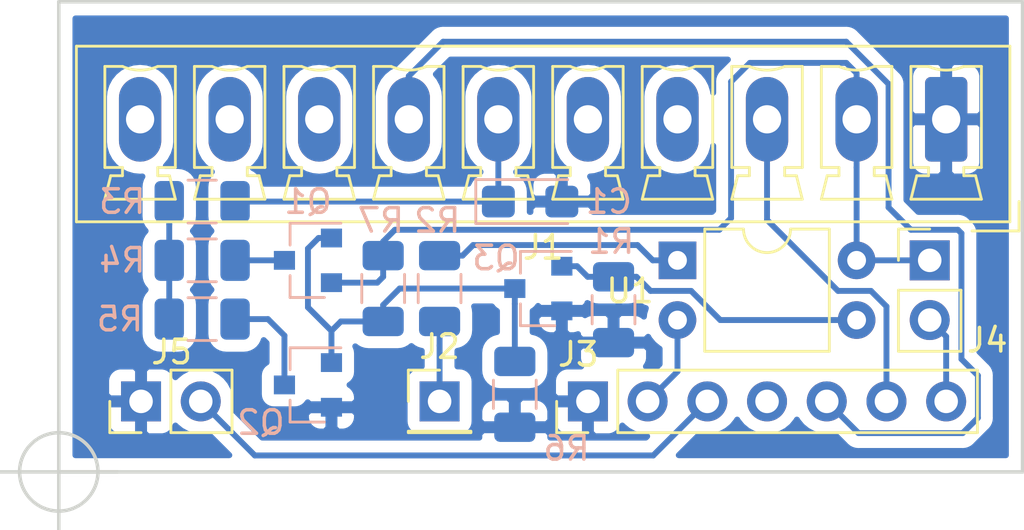
<source format=kicad_pcb>
(kicad_pcb (version 20171130) (host pcbnew "(5.1.0)-1")

  (general
    (thickness 1.6)
    (drawings 5)
    (tracks 78)
    (zones 0)
    (modules 17)
    (nets 22)
  )

  (page A4)
  (title_block
    (title "WS55-xxx BLDC driver board IF for CNC BoosterPack")
    (date 2019-04-07)
    (rev 1)
    (company "Io Engineering")
    (comment 1 "Terje Io")
    (comment 4 "Licensed under CERN OHL v.1.2 or later")
  )

  (layers
    (0 F.Cu signal)
    (31 B.Cu signal)
    (32 B.Adhes user)
    (33 F.Adhes user)
    (34 B.Paste user)
    (35 F.Paste user)
    (36 B.SilkS user)
    (37 F.SilkS user)
    (38 B.Mask user)
    (39 F.Mask user)
    (40 Dwgs.User user)
    (41 Cmts.User user)
    (42 Eco1.User user)
    (43 Eco2.User user)
    (44 Edge.Cuts user)
    (45 Margin user)
    (46 B.CrtYd user)
    (47 F.CrtYd user)
    (48 B.Fab user)
    (49 F.Fab user)
  )

  (setup
    (last_trace_width 0.25)
    (trace_clearance 0.2)
    (zone_clearance 0.508)
    (zone_45_only no)
    (trace_min 0.2)
    (via_size 0.6)
    (via_drill 0.4)
    (via_min_size 0.4)
    (via_min_drill 0.3)
    (uvia_size 0.3)
    (uvia_drill 0.1)
    (uvias_allowed no)
    (uvia_min_size 0.2)
    (uvia_min_drill 0.1)
    (edge_width 0.15)
    (segment_width 0.2)
    (pcb_text_width 0.3)
    (pcb_text_size 1.5 1.5)
    (mod_edge_width 0.15)
    (mod_text_size 1 1)
    (mod_text_width 0.15)
    (pad_size 1.524 1.524)
    (pad_drill 0.762)
    (pad_to_mask_clearance 0.2)
    (solder_mask_min_width 0.25)
    (aux_axis_origin 0 0)
    (visible_elements 7FFFFFFF)
    (pcbplotparams
      (layerselection 0x01040_fffffffe)
      (usegerberextensions false)
      (usegerberattributes false)
      (usegerberadvancedattributes false)
      (creategerberjobfile false)
      (excludeedgelayer false)
      (linewidth 0.100000)
      (plotframeref false)
      (viasonmask false)
      (mode 1)
      (useauxorigin false)
      (hpglpennumber 1)
      (hpglpenspeed 20)
      (hpglpendiameter 15.000000)
      (psnegative false)
      (psa4output false)
      (plotreference true)
      (plotvalue true)
      (plotinvisibletext false)
      (padsonsilk false)
      (subtractmaskfromsilk false)
      (outputformat 4)
      (mirror false)
      (drillshape 0)
      (scaleselection 1)
      (outputdirectory "d:/pcb"))
  )

  (net 0 "")
  (net 1 GND)
  (net 2 "Net-(C1-Pad1)")
  (net 3 "Net-(J1-Pad10)")
  (net 4 "Net-(J1-Pad9)")
  (net 5 "Net-(J1-Pad8)")
  (net 6 "Net-(J1-Pad7)")
  (net 7 "Net-(J1-Pad5)")
  (net 8 "Net-(J1-Pad4)")
  (net 9 "Net-(J1-Pad3)")
  (net 10 "Net-(J1-Pad2)")
  (net 11 "Net-(J2-Pad1)")
  (net 12 "Net-(J3-Pad4)")
  (net 13 "Net-(R2-Pad2)")
  (net 14 "Net-(J3-Pad7)")
  (net 15 "Net-(J3-Pad3)")
  (net 16 "Net-(J3-Pad2)")
  (net 17 "Net-(Q1-Pad3)")
  (net 18 "Net-(Q2-Pad3)")
  (net 19 "Net-(Q3-Pad1)")
  (net 20 "Net-(R3-Pad1)")
  (net 21 "Net-(Q1-Pad1)")

  (net_class Default "This is the default net class."
    (clearance 0.2)
    (trace_width 0.25)
    (via_dia 0.6)
    (via_drill 0.4)
    (uvia_dia 0.3)
    (uvia_drill 0.1)
    (add_net GND)
    (add_net "Net-(C1-Pad1)")
    (add_net "Net-(J1-Pad10)")
    (add_net "Net-(J1-Pad2)")
    (add_net "Net-(J1-Pad3)")
    (add_net "Net-(J1-Pad4)")
    (add_net "Net-(J1-Pad5)")
    (add_net "Net-(J1-Pad7)")
    (add_net "Net-(J1-Pad8)")
    (add_net "Net-(J1-Pad9)")
    (add_net "Net-(J2-Pad1)")
    (add_net "Net-(J3-Pad2)")
    (add_net "Net-(J3-Pad3)")
    (add_net "Net-(J3-Pad4)")
    (add_net "Net-(J3-Pad7)")
    (add_net "Net-(Q1-Pad1)")
    (add_net "Net-(Q1-Pad3)")
    (add_net "Net-(Q2-Pad3)")
    (add_net "Net-(Q3-Pad1)")
    (add_net "Net-(R2-Pad2)")
    (add_net "Net-(R3-Pad1)")
  )

  (module Package_TO_SOT_SMD:SOT-23 (layer B.Cu) (tedit 5A02FF57) (tstamp 5CA9DDF1)
    (at 10.6 -9 180)
    (descr "SOT-23, Standard")
    (tags SOT-23)
    (path /5CAF8452)
    (attr smd)
    (fp_text reference Q1 (at 0 2.5 180) (layer B.SilkS)
      (effects (font (size 1 1) (thickness 0.15)) (justify mirror))
    )
    (fp_text value IRLML6402 (at 0 -2.5 180) (layer B.Fab)
      (effects (font (size 1 1) (thickness 0.15)) (justify mirror))
    )
    (fp_line (start 0.76 -1.58) (end -0.7 -1.58) (layer B.SilkS) (width 0.12))
    (fp_line (start 0.76 1.58) (end -1.4 1.58) (layer B.SilkS) (width 0.12))
    (fp_line (start -1.7 -1.75) (end -1.7 1.75) (layer B.CrtYd) (width 0.05))
    (fp_line (start 1.7 -1.75) (end -1.7 -1.75) (layer B.CrtYd) (width 0.05))
    (fp_line (start 1.7 1.75) (end 1.7 -1.75) (layer B.CrtYd) (width 0.05))
    (fp_line (start -1.7 1.75) (end 1.7 1.75) (layer B.CrtYd) (width 0.05))
    (fp_line (start 0.76 1.58) (end 0.76 0.65) (layer B.SilkS) (width 0.12))
    (fp_line (start 0.76 -1.58) (end 0.76 -0.65) (layer B.SilkS) (width 0.12))
    (fp_line (start -0.7 -1.52) (end 0.7 -1.52) (layer B.Fab) (width 0.1))
    (fp_line (start 0.7 1.52) (end 0.7 -1.52) (layer B.Fab) (width 0.1))
    (fp_line (start -0.7 0.95) (end -0.15 1.52) (layer B.Fab) (width 0.1))
    (fp_line (start -0.15 1.52) (end 0.7 1.52) (layer B.Fab) (width 0.1))
    (fp_line (start -0.7 0.95) (end -0.7 -1.5) (layer B.Fab) (width 0.1))
    (fp_text user %R (at 0 0 270) (layer F.Fab)
      (effects (font (size 0.5 0.5) (thickness 0.075)))
    )
    (pad 3 smd rect (at 1 0 180) (size 0.9 0.8) (layers B.Cu B.Paste B.Mask)
      (net 17 "Net-(Q1-Pad3)"))
    (pad 2 smd rect (at -1 -0.95 180) (size 0.9 0.8) (layers B.Cu B.Paste B.Mask)
      (net 10 "Net-(J1-Pad2)"))
    (pad 1 smd rect (at -1 0.95 180) (size 0.9 0.8) (layers B.Cu B.Paste B.Mask)
      (net 21 "Net-(Q1-Pad1)"))
    (model ${KISYS3DMOD}/Package_TO_SOT_SMD.3dshapes/SOT-23.wrl
      (at (xyz 0 0 0))
      (scale (xyz 1 1 1))
      (rotate (xyz 0 0 0))
    )
  )

  (module Resistor_SMD:R_1206_3216Metric (layer B.Cu) (tedit 5B301BBD) (tstamp 5CA9B06D)
    (at 13.8 -7.8 270)
    (descr "Resistor SMD 1206 (3216 Metric), square (rectangular) end terminal, IPC_7351 nominal, (Body size source: http://www.tortai-tech.com/upload/download/2011102023233369053.pdf), generated with kicad-footprint-generator")
    (tags resistor)
    (path /5CADB8AA)
    (attr smd)
    (fp_text reference R7 (at -2.9 0.1) (layer B.SilkS)
      (effects (font (size 1 1) (thickness 0.15)) (justify mirror))
    )
    (fp_text value 820 (at 0 -1.82 270) (layer B.Fab)
      (effects (font (size 1 1) (thickness 0.15)) (justify mirror))
    )
    (fp_text user %R (at 0 0 270) (layer B.Fab)
      (effects (font (size 0.8 0.8) (thickness 0.12)) (justify mirror))
    )
    (fp_line (start 2.28 -1.12) (end -2.28 -1.12) (layer B.CrtYd) (width 0.05))
    (fp_line (start 2.28 1.12) (end 2.28 -1.12) (layer B.CrtYd) (width 0.05))
    (fp_line (start -2.28 1.12) (end 2.28 1.12) (layer B.CrtYd) (width 0.05))
    (fp_line (start -2.28 -1.12) (end -2.28 1.12) (layer B.CrtYd) (width 0.05))
    (fp_line (start -0.602064 -0.91) (end 0.602064 -0.91) (layer B.SilkS) (width 0.12))
    (fp_line (start -0.602064 0.91) (end 0.602064 0.91) (layer B.SilkS) (width 0.12))
    (fp_line (start 1.6 -0.8) (end -1.6 -0.8) (layer B.Fab) (width 0.1))
    (fp_line (start 1.6 0.8) (end 1.6 -0.8) (layer B.Fab) (width 0.1))
    (fp_line (start -1.6 0.8) (end 1.6 0.8) (layer B.Fab) (width 0.1))
    (fp_line (start -1.6 -0.8) (end -1.6 0.8) (layer B.Fab) (width 0.1))
    (pad 2 smd roundrect (at 1.4 0 270) (size 1.25 1.75) (layers B.Cu B.Paste B.Mask) (roundrect_rratio 0.2)
      (net 21 "Net-(Q1-Pad1)"))
    (pad 1 smd roundrect (at -1.4 0 270) (size 1.25 1.75) (layers B.Cu B.Paste B.Mask) (roundrect_rratio 0.2)
      (net 10 "Net-(J1-Pad2)"))
    (model ${KISYS3DMOD}/Resistor_SMD.3dshapes/R_1206_3216Metric.wrl
      (at (xyz 0 0 0))
      (scale (xyz 1 1 1))
      (rotate (xyz 0 0 0))
    )
  )

  (module Resistor_SMD:R_1206_3216Metric (layer B.Cu) (tedit 5B301BBD) (tstamp 5CA99A47)
    (at 19.4 -3.3 270)
    (descr "Resistor SMD 1206 (3216 Metric), square (rectangular) end terminal, IPC_7351 nominal, (Body size source: http://www.tortai-tech.com/upload/download/2011102023233369053.pdf), generated with kicad-footprint-generator")
    (tags resistor)
    (path /5CAE1705)
    (attr smd)
    (fp_text reference R6 (at 2.3 -2.2) (layer B.SilkS)
      (effects (font (size 1 1) (thickness 0.15)) (justify mirror))
    )
    (fp_text value 10K (at 0 -1.82 270) (layer B.Fab)
      (effects (font (size 1 1) (thickness 0.15)) (justify mirror))
    )
    (fp_text user %R (at 0 0 270) (layer B.Fab)
      (effects (font (size 0.8 0.8) (thickness 0.12)) (justify mirror))
    )
    (fp_line (start 2.28 -1.12) (end -2.28 -1.12) (layer B.CrtYd) (width 0.05))
    (fp_line (start 2.28 1.12) (end 2.28 -1.12) (layer B.CrtYd) (width 0.05))
    (fp_line (start -2.28 1.12) (end 2.28 1.12) (layer B.CrtYd) (width 0.05))
    (fp_line (start -2.28 -1.12) (end -2.28 1.12) (layer B.CrtYd) (width 0.05))
    (fp_line (start -0.602064 -0.91) (end 0.602064 -0.91) (layer B.SilkS) (width 0.12))
    (fp_line (start -0.602064 0.91) (end 0.602064 0.91) (layer B.SilkS) (width 0.12))
    (fp_line (start 1.6 -0.8) (end -1.6 -0.8) (layer B.Fab) (width 0.1))
    (fp_line (start 1.6 0.8) (end 1.6 -0.8) (layer B.Fab) (width 0.1))
    (fp_line (start -1.6 0.8) (end 1.6 0.8) (layer B.Fab) (width 0.1))
    (fp_line (start -1.6 -0.8) (end -1.6 0.8) (layer B.Fab) (width 0.1))
    (pad 2 smd roundrect (at 1.4 0 270) (size 1.25 1.75) (layers B.Cu B.Paste B.Mask) (roundrect_rratio 0.2)
      (net 1 GND))
    (pad 1 smd roundrect (at -1.4 0 270) (size 1.25 1.75) (layers B.Cu B.Paste B.Mask) (roundrect_rratio 0.2)
      (net 21 "Net-(Q1-Pad1)"))
    (model ${KISYS3DMOD}/Resistor_SMD.3dshapes/R_1206_3216Metric.wrl
      (at (xyz 0 0 0))
      (scale (xyz 1 1 1))
      (rotate (xyz 0 0 0))
    )
  )

  (module Resistor_SMD:R_1206_3216Metric (layer B.Cu) (tedit 5B301BBD) (tstamp 5CA99A36)
    (at 6.1 -6.5)
    (descr "Resistor SMD 1206 (3216 Metric), square (rectangular) end terminal, IPC_7351 nominal, (Body size source: http://www.tortai-tech.com/upload/download/2011102023233369053.pdf), generated with kicad-footprint-generator")
    (tags resistor)
    (path /5CAC69EF)
    (attr smd)
    (fp_text reference R5 (at -3.5 0) (layer B.SilkS)
      (effects (font (size 1 1) (thickness 0.15)) (justify mirror))
    )
    (fp_text value 220 (at 0 -1.82) (layer B.Fab)
      (effects (font (size 1 1) (thickness 0.15)) (justify mirror))
    )
    (fp_text user %R (at 0 0) (layer B.Fab)
      (effects (font (size 0.8 0.8) (thickness 0.12)) (justify mirror))
    )
    (fp_line (start 2.28 -1.12) (end -2.28 -1.12) (layer B.CrtYd) (width 0.05))
    (fp_line (start 2.28 1.12) (end 2.28 -1.12) (layer B.CrtYd) (width 0.05))
    (fp_line (start -2.28 1.12) (end 2.28 1.12) (layer B.CrtYd) (width 0.05))
    (fp_line (start -2.28 -1.12) (end -2.28 1.12) (layer B.CrtYd) (width 0.05))
    (fp_line (start -0.602064 -0.91) (end 0.602064 -0.91) (layer B.SilkS) (width 0.12))
    (fp_line (start -0.602064 0.91) (end 0.602064 0.91) (layer B.SilkS) (width 0.12))
    (fp_line (start 1.6 -0.8) (end -1.6 -0.8) (layer B.Fab) (width 0.1))
    (fp_line (start 1.6 0.8) (end 1.6 -0.8) (layer B.Fab) (width 0.1))
    (fp_line (start -1.6 0.8) (end 1.6 0.8) (layer B.Fab) (width 0.1))
    (fp_line (start -1.6 -0.8) (end -1.6 0.8) (layer B.Fab) (width 0.1))
    (pad 2 smd roundrect (at 1.4 0) (size 1.25 1.75) (layers B.Cu B.Paste B.Mask) (roundrect_rratio 0.2)
      (net 18 "Net-(Q2-Pad3)"))
    (pad 1 smd roundrect (at -1.4 0) (size 1.25 1.75) (layers B.Cu B.Paste B.Mask) (roundrect_rratio 0.2)
      (net 20 "Net-(R3-Pad1)"))
    (model ${KISYS3DMOD}/Resistor_SMD.3dshapes/R_1206_3216Metric.wrl
      (at (xyz 0 0 0))
      (scale (xyz 1 1 1))
      (rotate (xyz 0 0 0))
    )
  )

  (module Resistor_SMD:R_1206_3216Metric (layer B.Cu) (tedit 5B301BBD) (tstamp 5CA99A25)
    (at 6.1 -9 180)
    (descr "Resistor SMD 1206 (3216 Metric), square (rectangular) end terminal, IPC_7351 nominal, (Body size source: http://www.tortai-tech.com/upload/download/2011102023233369053.pdf), generated with kicad-footprint-generator")
    (tags resistor)
    (path /5CAC6EAC)
    (attr smd)
    (fp_text reference R4 (at 3.4 0 180) (layer B.SilkS)
      (effects (font (size 1 1) (thickness 0.15)) (justify mirror))
    )
    (fp_text value 220 (at 0 -1.82 180) (layer B.Fab)
      (effects (font (size 1 1) (thickness 0.15)) (justify mirror))
    )
    (fp_text user %R (at 0 0 180) (layer B.Fab)
      (effects (font (size 0.8 0.8) (thickness 0.12)) (justify mirror))
    )
    (fp_line (start 2.28 -1.12) (end -2.28 -1.12) (layer B.CrtYd) (width 0.05))
    (fp_line (start 2.28 1.12) (end 2.28 -1.12) (layer B.CrtYd) (width 0.05))
    (fp_line (start -2.28 1.12) (end 2.28 1.12) (layer B.CrtYd) (width 0.05))
    (fp_line (start -2.28 -1.12) (end -2.28 1.12) (layer B.CrtYd) (width 0.05))
    (fp_line (start -0.602064 -0.91) (end 0.602064 -0.91) (layer B.SilkS) (width 0.12))
    (fp_line (start -0.602064 0.91) (end 0.602064 0.91) (layer B.SilkS) (width 0.12))
    (fp_line (start 1.6 -0.8) (end -1.6 -0.8) (layer B.Fab) (width 0.1))
    (fp_line (start 1.6 0.8) (end 1.6 -0.8) (layer B.Fab) (width 0.1))
    (fp_line (start -1.6 0.8) (end 1.6 0.8) (layer B.Fab) (width 0.1))
    (fp_line (start -1.6 -0.8) (end -1.6 0.8) (layer B.Fab) (width 0.1))
    (pad 2 smd roundrect (at 1.4 0 180) (size 1.25 1.75) (layers B.Cu B.Paste B.Mask) (roundrect_rratio 0.2)
      (net 20 "Net-(R3-Pad1)"))
    (pad 1 smd roundrect (at -1.4 0 180) (size 1.25 1.75) (layers B.Cu B.Paste B.Mask) (roundrect_rratio 0.2)
      (net 17 "Net-(Q1-Pad3)"))
    (model ${KISYS3DMOD}/Resistor_SMD.3dshapes/R_1206_3216Metric.wrl
      (at (xyz 0 0 0))
      (scale (xyz 1 1 1))
      (rotate (xyz 0 0 0))
    )
  )

  (module Resistor_SMD:R_1206_3216Metric (layer B.Cu) (tedit 5B301BBD) (tstamp 5CA9A726)
    (at 6.1 -11.5)
    (descr "Resistor SMD 1206 (3216 Metric), square (rectangular) end terminal, IPC_7351 nominal, (Body size source: http://www.tortai-tech.com/upload/download/2011102023233369053.pdf), generated with kicad-footprint-generator")
    (tags resistor)
    (path /5CAC7EAD)
    (attr smd)
    (fp_text reference R3 (at -3.4 0) (layer B.SilkS)
      (effects (font (size 1 1) (thickness 0.15)) (justify mirror))
    )
    (fp_text value 1K2 (at 0 -1.82) (layer B.Fab)
      (effects (font (size 1 1) (thickness 0.15)) (justify mirror))
    )
    (fp_text user %R (at 0 0) (layer B.Fab)
      (effects (font (size 0.8 0.8) (thickness 0.12)) (justify mirror))
    )
    (fp_line (start 2.28 -1.12) (end -2.28 -1.12) (layer B.CrtYd) (width 0.05))
    (fp_line (start 2.28 1.12) (end 2.28 -1.12) (layer B.CrtYd) (width 0.05))
    (fp_line (start -2.28 1.12) (end 2.28 1.12) (layer B.CrtYd) (width 0.05))
    (fp_line (start -2.28 -1.12) (end -2.28 1.12) (layer B.CrtYd) (width 0.05))
    (fp_line (start -0.602064 -0.91) (end 0.602064 -0.91) (layer B.SilkS) (width 0.12))
    (fp_line (start -0.602064 0.91) (end 0.602064 0.91) (layer B.SilkS) (width 0.12))
    (fp_line (start 1.6 -0.8) (end -1.6 -0.8) (layer B.Fab) (width 0.1))
    (fp_line (start 1.6 0.8) (end 1.6 -0.8) (layer B.Fab) (width 0.1))
    (fp_line (start -1.6 0.8) (end 1.6 0.8) (layer B.Fab) (width 0.1))
    (fp_line (start -1.6 -0.8) (end -1.6 0.8) (layer B.Fab) (width 0.1))
    (pad 2 smd roundrect (at 1.4 0) (size 1.25 1.75) (layers B.Cu B.Paste B.Mask) (roundrect_rratio 0.2)
      (net 2 "Net-(C1-Pad1)"))
    (pad 1 smd roundrect (at -1.4 0) (size 1.25 1.75) (layers B.Cu B.Paste B.Mask) (roundrect_rratio 0.2)
      (net 20 "Net-(R3-Pad1)"))
    (model ${KISYS3DMOD}/Resistor_SMD.3dshapes/R_1206_3216Metric.wrl
      (at (xyz 0 0 0))
      (scale (xyz 1 1 1))
      (rotate (xyz 0 0 0))
    )
  )

  (module Package_TO_SOT_SMD:SOT-23 (layer B.Cu) (tedit 5A02FF57) (tstamp 5CA9A28D)
    (at 20.4 -7.8 180)
    (descr "SOT-23, Standard")
    (tags SOT-23)
    (path /5CABF420)
    (attr smd)
    (fp_text reference Q3 (at 1.8 1.3 180) (layer B.SilkS)
      (effects (font (size 1 1) (thickness 0.15)) (justify mirror))
    )
    (fp_text value 2N7002 (at 0 -2.5 180) (layer B.Fab)
      (effects (font (size 1 1) (thickness 0.15)) (justify mirror))
    )
    (fp_line (start 0.76 -1.58) (end -0.7 -1.58) (layer B.SilkS) (width 0.12))
    (fp_line (start 0.76 1.58) (end -1.4 1.58) (layer B.SilkS) (width 0.12))
    (fp_line (start -1.7 -1.75) (end -1.7 1.75) (layer B.CrtYd) (width 0.05))
    (fp_line (start 1.7 -1.75) (end -1.7 -1.75) (layer B.CrtYd) (width 0.05))
    (fp_line (start 1.7 1.75) (end 1.7 -1.75) (layer B.CrtYd) (width 0.05))
    (fp_line (start -1.7 1.75) (end 1.7 1.75) (layer B.CrtYd) (width 0.05))
    (fp_line (start 0.76 1.58) (end 0.76 0.65) (layer B.SilkS) (width 0.12))
    (fp_line (start 0.76 -1.58) (end 0.76 -0.65) (layer B.SilkS) (width 0.12))
    (fp_line (start -0.7 -1.52) (end 0.7 -1.52) (layer B.Fab) (width 0.1))
    (fp_line (start 0.7 1.52) (end 0.7 -1.52) (layer B.Fab) (width 0.1))
    (fp_line (start -0.7 0.95) (end -0.15 1.52) (layer B.Fab) (width 0.1))
    (fp_line (start -0.15 1.52) (end 0.7 1.52) (layer B.Fab) (width 0.1))
    (fp_line (start -0.7 0.95) (end -0.7 -1.5) (layer B.Fab) (width 0.1))
    (fp_text user %R (at 0 0 90) (layer B.Fab)
      (effects (font (size 0.5 0.5) (thickness 0.075)) (justify mirror))
    )
    (pad 3 smd rect (at 1 0 180) (size 0.9 0.8) (layers B.Cu B.Paste B.Mask)
      (net 21 "Net-(Q1-Pad1)"))
    (pad 2 smd rect (at -1 -0.95 180) (size 0.9 0.8) (layers B.Cu B.Paste B.Mask)
      (net 1 GND))
    (pad 1 smd rect (at -1 0.95 180) (size 0.9 0.8) (layers B.Cu B.Paste B.Mask)
      (net 19 "Net-(Q3-Pad1)"))
    (model ${KISYS3DMOD}/Package_TO_SOT_SMD.3dshapes/SOT-23.wrl
      (at (xyz 0 0 0))
      (scale (xyz 1 1 1))
      (rotate (xyz 0 0 0))
    )
  )

  (module Package_TO_SOT_SMD:SOT-23 (layer B.Cu) (tedit 5A02FF57) (tstamp 5CA999CE)
    (at 10.6 -3.7 180)
    (descr "SOT-23, Standard")
    (tags SOT-23)
    (path /5CAC1CC2)
    (attr smd)
    (fp_text reference Q2 (at 2 -1.6 180) (layer B.SilkS)
      (effects (font (size 1 1) (thickness 0.15)) (justify mirror))
    )
    (fp_text value 2N7002 (at 0 -2.5 180) (layer B.Fab)
      (effects (font (size 1 1) (thickness 0.15)) (justify mirror))
    )
    (fp_line (start 0.76 -1.58) (end -0.7 -1.58) (layer B.SilkS) (width 0.12))
    (fp_line (start 0.76 1.58) (end -1.4 1.58) (layer B.SilkS) (width 0.12))
    (fp_line (start -1.7 -1.75) (end -1.7 1.75) (layer B.CrtYd) (width 0.05))
    (fp_line (start 1.7 -1.75) (end -1.7 -1.75) (layer B.CrtYd) (width 0.05))
    (fp_line (start 1.7 1.75) (end 1.7 -1.75) (layer B.CrtYd) (width 0.05))
    (fp_line (start -1.7 1.75) (end 1.7 1.75) (layer B.CrtYd) (width 0.05))
    (fp_line (start 0.76 1.58) (end 0.76 0.65) (layer B.SilkS) (width 0.12))
    (fp_line (start 0.76 -1.58) (end 0.76 -0.65) (layer B.SilkS) (width 0.12))
    (fp_line (start -0.7 -1.52) (end 0.7 -1.52) (layer B.Fab) (width 0.1))
    (fp_line (start 0.7 1.52) (end 0.7 -1.52) (layer B.Fab) (width 0.1))
    (fp_line (start -0.7 0.95) (end -0.15 1.52) (layer B.Fab) (width 0.1))
    (fp_line (start -0.15 1.52) (end 0.7 1.52) (layer B.Fab) (width 0.1))
    (fp_line (start -0.7 0.95) (end -0.7 -1.5) (layer B.Fab) (width 0.1))
    (fp_text user %R (at 0 0 90) (layer B.Fab)
      (effects (font (size 0.5 0.5) (thickness 0.075)) (justify mirror))
    )
    (pad 3 smd rect (at 1 0 180) (size 0.9 0.8) (layers B.Cu B.Paste B.Mask)
      (net 18 "Net-(Q2-Pad3)"))
    (pad 2 smd rect (at -1 -0.95 180) (size 0.9 0.8) (layers B.Cu B.Paste B.Mask)
      (net 1 GND))
    (pad 1 smd rect (at -1 0.95 180) (size 0.9 0.8) (layers B.Cu B.Paste B.Mask)
      (net 21 "Net-(Q1-Pad1)"))
    (model ${KISYS3DMOD}/Package_TO_SOT_SMD.3dshapes/SOT-23.wrl
      (at (xyz 0 0 0))
      (scale (xyz 1 1 1))
      (rotate (xyz 0 0 0))
    )
  )

  (module Capacitor_Tantalum_SMD:CP_EIA-3216-10_Kemet-I (layer B.Cu) (tedit 5B301BBE) (tstamp 5C7EF00A)
    (at 20.05 -11.5)
    (descr "Tantalum Capacitor SMD Kemet-I (3216-10 Metric), IPC_7351 nominal, (Body size from: http://www.kemet.com/Lists/ProductCatalog/Attachments/253/KEM_TC101_STD.pdf), generated with kicad-footprint-generator")
    (tags "capacitor tantalum")
    (path /5C7EFA8D)
    (attr smd)
    (fp_text reference C1 (at 3.35 0) (layer B.SilkS)
      (effects (font (size 1 1) (thickness 0.15)) (justify mirror))
    )
    (fp_text value 4u7 (at 0 -1.75) (layer B.Fab)
      (effects (font (size 1 1) (thickness 0.15)) (justify mirror))
    )
    (fp_text user %R (at 0 0) (layer B.Fab)
      (effects (font (size 0.8 0.8) (thickness 0.12)) (justify mirror))
    )
    (fp_line (start 2.3 -1.05) (end -2.3 -1.05) (layer B.CrtYd) (width 0.05))
    (fp_line (start 2.3 1.05) (end 2.3 -1.05) (layer B.CrtYd) (width 0.05))
    (fp_line (start -2.3 1.05) (end 2.3 1.05) (layer B.CrtYd) (width 0.05))
    (fp_line (start -2.3 -1.05) (end -2.3 1.05) (layer B.CrtYd) (width 0.05))
    (fp_line (start -2.31 -0.935) (end 1.6 -0.935) (layer B.SilkS) (width 0.12))
    (fp_line (start -2.31 0.935) (end -2.31 -0.935) (layer B.SilkS) (width 0.12))
    (fp_line (start 1.6 0.935) (end -2.31 0.935) (layer B.SilkS) (width 0.12))
    (fp_line (start 1.6 -0.8) (end 1.6 0.8) (layer B.Fab) (width 0.1))
    (fp_line (start -1.6 -0.8) (end 1.6 -0.8) (layer B.Fab) (width 0.1))
    (fp_line (start -1.6 0.4) (end -1.6 -0.8) (layer B.Fab) (width 0.1))
    (fp_line (start -1.2 0.8) (end -1.6 0.4) (layer B.Fab) (width 0.1))
    (fp_line (start 1.6 0.8) (end -1.2 0.8) (layer B.Fab) (width 0.1))
    (pad 2 smd roundrect (at 1.35 0) (size 1.4 1.35) (layers B.Cu B.Paste B.Mask) (roundrect_rratio 0.185185)
      (net 1 GND))
    (pad 1 smd roundrect (at -1.35 0) (size 1.4 1.35) (layers B.Cu B.Paste B.Mask) (roundrect_rratio 0.185185)
      (net 2 "Net-(C1-Pad1)"))
    (model ${KISYS3DMOD}/Capacitor_Tantalum_SMD.3dshapes/CP_EIA-3216-10_Kemet-I.wrl
      (at (xyz 0 0 0))
      (scale (xyz 1 1 1))
      (rotate (xyz 0 0 0))
    )
  )

  (module Connector_PinHeader_2.54mm:PinHeader_1x02_P2.54mm_Vertical (layer F.Cu) (tedit 59FED5CC) (tstamp 5C7F6B29)
    (at 3.5 -3 90)
    (descr "Through hole straight pin header, 1x02, 2.54mm pitch, single row")
    (tags "Through hole pin header THT 1x02 2.54mm single row")
    (path /5C7F7EFE)
    (fp_text reference J5 (at 2.1 1.3 180) (layer F.SilkS)
      (effects (font (size 1 1) (thickness 0.15)))
    )
    (fp_text value "Coolant out" (at -2.2 0.9 180) (layer F.Fab)
      (effects (font (size 1 1) (thickness 0.15)))
    )
    (fp_text user %R (at 2 1.3 180) (layer F.Fab)
      (effects (font (size 1 1) (thickness 0.15)))
    )
    (fp_line (start 1.8 -1.8) (end -1.8 -1.8) (layer F.CrtYd) (width 0.05))
    (fp_line (start 1.8 4.35) (end 1.8 -1.8) (layer F.CrtYd) (width 0.05))
    (fp_line (start -1.8 4.35) (end 1.8 4.35) (layer F.CrtYd) (width 0.05))
    (fp_line (start -1.8 -1.8) (end -1.8 4.35) (layer F.CrtYd) (width 0.05))
    (fp_line (start -1.33 -1.33) (end 0 -1.33) (layer F.SilkS) (width 0.12))
    (fp_line (start -1.33 0) (end -1.33 -1.33) (layer F.SilkS) (width 0.12))
    (fp_line (start -1.33 1.27) (end 1.33 1.27) (layer F.SilkS) (width 0.12))
    (fp_line (start 1.33 1.27) (end 1.33 3.87) (layer F.SilkS) (width 0.12))
    (fp_line (start -1.33 1.27) (end -1.33 3.87) (layer F.SilkS) (width 0.12))
    (fp_line (start -1.33 3.87) (end 1.33 3.87) (layer F.SilkS) (width 0.12))
    (fp_line (start -1.27 -0.635) (end -0.635 -1.27) (layer F.Fab) (width 0.1))
    (fp_line (start -1.27 3.81) (end -1.27 -0.635) (layer F.Fab) (width 0.1))
    (fp_line (start 1.27 3.81) (end -1.27 3.81) (layer F.Fab) (width 0.1))
    (fp_line (start 1.27 -1.27) (end 1.27 3.81) (layer F.Fab) (width 0.1))
    (fp_line (start -0.635 -1.27) (end 1.27 -1.27) (layer F.Fab) (width 0.1))
    (pad 2 thru_hole oval (at 0 2.54 90) (size 1.7 1.7) (drill 1) (layers *.Cu *.Mask)
      (net 15 "Net-(J3-Pad3)"))
    (pad 1 thru_hole rect (at 0 0 90) (size 1.7 1.7) (drill 1) (layers *.Cu *.Mask)
      (net 1 GND))
    (model ${KISYS3DMOD}/Connector_PinHeader_2.54mm.3dshapes/PinHeader_1x02_P2.54mm_Vertical.wrl
      (at (xyz 0 0 0))
      (scale (xyz 1 1 1))
      (rotate (xyz 0 0 0))
    )
  )

  (module Connector_PinHeader_2.54mm:PinHeader_1x02_P2.54mm_Vertical (layer F.Cu) (tedit 59FED5CC) (tstamp 5C7F6B13)
    (at 37.05 -9)
    (descr "Through hole straight pin header, 1x02, 2.54mm pitch, single row")
    (tags "Through hole pin header THT 1x02 2.54mm single row")
    (path /5C7F688C)
    (fp_text reference J4 (at 2.45 3.4) (layer F.SilkS)
      (effects (font (size 1 1) (thickness 0.15)))
    )
    (fp_text value VDrive (at 0 4.87) (layer F.Fab)
      (effects (font (size 1 1) (thickness 0.15)))
    )
    (fp_text user %R (at 0 1.27 90) (layer F.Fab)
      (effects (font (size 1 1) (thickness 0.15)))
    )
    (fp_line (start 1.8 -1.8) (end -1.8 -1.8) (layer F.CrtYd) (width 0.05))
    (fp_line (start 1.8 4.35) (end 1.8 -1.8) (layer F.CrtYd) (width 0.05))
    (fp_line (start -1.8 4.35) (end 1.8 4.35) (layer F.CrtYd) (width 0.05))
    (fp_line (start -1.8 -1.8) (end -1.8 4.35) (layer F.CrtYd) (width 0.05))
    (fp_line (start -1.33 -1.33) (end 0 -1.33) (layer F.SilkS) (width 0.12))
    (fp_line (start -1.33 0) (end -1.33 -1.33) (layer F.SilkS) (width 0.12))
    (fp_line (start -1.33 1.27) (end 1.33 1.27) (layer F.SilkS) (width 0.12))
    (fp_line (start 1.33 1.27) (end 1.33 3.87) (layer F.SilkS) (width 0.12))
    (fp_line (start -1.33 1.27) (end -1.33 3.87) (layer F.SilkS) (width 0.12))
    (fp_line (start -1.33 3.87) (end 1.33 3.87) (layer F.SilkS) (width 0.12))
    (fp_line (start -1.27 -0.635) (end -0.635 -1.27) (layer F.Fab) (width 0.1))
    (fp_line (start -1.27 3.81) (end -1.27 -0.635) (layer F.Fab) (width 0.1))
    (fp_line (start 1.27 3.81) (end -1.27 3.81) (layer F.Fab) (width 0.1))
    (fp_line (start 1.27 -1.27) (end 1.27 3.81) (layer F.Fab) (width 0.1))
    (fp_line (start -0.635 -1.27) (end 1.27 -1.27) (layer F.Fab) (width 0.1))
    (pad 2 thru_hole oval (at 0 2.54) (size 1.7 1.7) (drill 1) (layers *.Cu *.Mask)
      (net 14 "Net-(J3-Pad7)"))
    (pad 1 thru_hole rect (at 0 0) (size 1.7 1.7) (drill 1) (layers *.Cu *.Mask)
      (net 10 "Net-(J1-Pad2)"))
    (model ${KISYS3DMOD}/Connector_PinHeader_2.54mm.3dshapes/PinHeader_1x02_P2.54mm_Vertical.wrl
      (at (xyz 0 0 0))
      (scale (xyz 1 1 1))
      (rotate (xyz 0 0 0))
    )
  )

  (module Package_DIP:DIP-4_W7.62mm (layer F.Cu) (tedit 5A02E8C5) (tstamp 5C7F07CB)
    (at 26.32 -9)
    (descr "4-lead though-hole mounted DIP package, row spacing 7.62 mm (300 mils)")
    (tags "THT DIP DIL PDIP 2.54mm 7.62mm 300mil")
    (path /5C807FE1)
    (fp_text reference U1 (at -2.02 1.3) (layer F.SilkS)
      (effects (font (size 1 1) (thickness 0.15)))
    )
    (fp_text value PC817 (at 3.81 4.87) (layer F.Fab)
      (effects (font (size 1 1) (thickness 0.15)))
    )
    (fp_text user %R (at 3.274999 1.27) (layer F.Fab)
      (effects (font (size 1 1) (thickness 0.15)))
    )
    (fp_line (start 8.7 -1.55) (end -1.1 -1.55) (layer F.CrtYd) (width 0.05))
    (fp_line (start 8.7 4.1) (end 8.7 -1.55) (layer F.CrtYd) (width 0.05))
    (fp_line (start -1.1 4.1) (end 8.7 4.1) (layer F.CrtYd) (width 0.05))
    (fp_line (start -1.1 -1.55) (end -1.1 4.1) (layer F.CrtYd) (width 0.05))
    (fp_line (start 6.46 -1.33) (end 4.81 -1.33) (layer F.SilkS) (width 0.12))
    (fp_line (start 6.46 3.87) (end 6.46 -1.33) (layer F.SilkS) (width 0.12))
    (fp_line (start 1.16 3.87) (end 6.46 3.87) (layer F.SilkS) (width 0.12))
    (fp_line (start 1.16 -1.33) (end 1.16 3.87) (layer F.SilkS) (width 0.12))
    (fp_line (start 2.81 -1.33) (end 1.16 -1.33) (layer F.SilkS) (width 0.12))
    (fp_line (start 0.635 -0.27) (end 1.635 -1.27) (layer F.Fab) (width 0.1))
    (fp_line (start 0.635 3.81) (end 0.635 -0.27) (layer F.Fab) (width 0.1))
    (fp_line (start 6.985 3.81) (end 0.635 3.81) (layer F.Fab) (width 0.1))
    (fp_line (start 6.985 -1.27) (end 6.985 3.81) (layer F.Fab) (width 0.1))
    (fp_line (start 1.635 -1.27) (end 6.985 -1.27) (layer F.Fab) (width 0.1))
    (fp_arc (start 3.81 -1.33) (end 2.81 -1.33) (angle -180) (layer F.SilkS) (width 0.12))
    (pad 4 thru_hole oval (at 7.62 0) (size 1.6 1.6) (drill 0.8) (layers *.Cu *.Mask)
      (net 10 "Net-(J1-Pad2)"))
    (pad 2 thru_hole oval (at 0 2.54) (size 1.6 1.6) (drill 0.8) (layers *.Cu *.Mask)
      (net 16 "Net-(J3-Pad2)"))
    (pad 3 thru_hole oval (at 7.62 2.54) (size 1.6 1.6) (drill 0.8) (layers *.Cu *.Mask)
      (net 19 "Net-(Q3-Pad1)"))
    (pad 1 thru_hole rect (at 0 0) (size 1.6 1.6) (drill 0.8) (layers *.Cu *.Mask)
      (net 13 "Net-(R2-Pad2)"))
    (model ${KISYS3DMOD}/Package_DIP.3dshapes/DIP-4_W7.62mm.wrl
      (at (xyz 0 0 0))
      (scale (xyz 1 1 1))
      (rotate (xyz 0 0 0))
    )
  )

  (module Resistor_SMD:R_1206_3216Metric (layer B.Cu) (tedit 5B301BBD) (tstamp 5C7EF107)
    (at 16.2 -7.8 90)
    (descr "Resistor SMD 1206 (3216 Metric), square (rectangular) end terminal, IPC_7351 nominal, (Body size source: http://www.tortai-tech.com/upload/download/2011102023233369053.pdf), generated with kicad-footprint-generator")
    (tags resistor)
    (path /5C80E309)
    (attr smd)
    (fp_text reference R2 (at 2.9 -0.1 180) (layer B.SilkS)
      (effects (font (size 1 1) (thickness 0.15)) (justify mirror))
    )
    (fp_text value 220 (at 0 -1.82 90) (layer B.Fab)
      (effects (font (size 1 1) (thickness 0.15)) (justify mirror))
    )
    (fp_text user %R (at 0 0 90) (layer B.Fab)
      (effects (font (size 0.8 0.8) (thickness 0.12)) (justify mirror))
    )
    (fp_line (start 2.28 -1.12) (end -2.28 -1.12) (layer B.CrtYd) (width 0.05))
    (fp_line (start 2.28 1.12) (end 2.28 -1.12) (layer B.CrtYd) (width 0.05))
    (fp_line (start -2.28 1.12) (end 2.28 1.12) (layer B.CrtYd) (width 0.05))
    (fp_line (start -2.28 -1.12) (end -2.28 1.12) (layer B.CrtYd) (width 0.05))
    (fp_line (start -0.602064 -0.91) (end 0.602064 -0.91) (layer B.SilkS) (width 0.12))
    (fp_line (start -0.602064 0.91) (end 0.602064 0.91) (layer B.SilkS) (width 0.12))
    (fp_line (start 1.6 -0.8) (end -1.6 -0.8) (layer B.Fab) (width 0.1))
    (fp_line (start 1.6 0.8) (end 1.6 -0.8) (layer B.Fab) (width 0.1))
    (fp_line (start -1.6 0.8) (end 1.6 0.8) (layer B.Fab) (width 0.1))
    (fp_line (start -1.6 -0.8) (end -1.6 0.8) (layer B.Fab) (width 0.1))
    (pad 2 smd roundrect (at 1.4 0 90) (size 1.25 1.75) (layers B.Cu B.Paste B.Mask) (roundrect_rratio 0.2)
      (net 13 "Net-(R2-Pad2)"))
    (pad 1 smd roundrect (at -1.4 0 90) (size 1.25 1.75) (layers B.Cu B.Paste B.Mask) (roundrect_rratio 0.2)
      (net 11 "Net-(J2-Pad1)"))
    (model ${KISYS3DMOD}/Resistor_SMD.3dshapes/R_1206_3216Metric.wrl
      (at (xyz 0 0 0))
      (scale (xyz 1 1 1))
      (rotate (xyz 0 0 0))
    )
  )

  (module Resistor_SMD:R_1206_3216Metric (layer B.Cu) (tedit 5B301BBD) (tstamp 5C7EF0F6)
    (at 23.6 -6.9 90)
    (descr "Resistor SMD 1206 (3216 Metric), square (rectangular) end terminal, IPC_7351 nominal, (Body size source: http://www.tortai-tech.com/upload/download/2011102023233369053.pdf), generated with kicad-footprint-generator")
    (tags resistor)
    (path /5C80BCC5)
    (attr smd)
    (fp_text reference R1 (at 2.9 -0.1 180) (layer B.SilkS)
      (effects (font (size 1 1) (thickness 0.15)) (justify mirror))
    )
    (fp_text value 270 (at 0 -1.82 90) (layer B.Fab)
      (effects (font (size 1 1) (thickness 0.15)) (justify mirror))
    )
    (fp_text user %R (at 0 0 90) (layer B.Fab)
      (effects (font (size 0.8 0.8) (thickness 0.12)) (justify mirror))
    )
    (fp_line (start 2.28 -1.12) (end -2.28 -1.12) (layer B.CrtYd) (width 0.05))
    (fp_line (start 2.28 1.12) (end 2.28 -1.12) (layer B.CrtYd) (width 0.05))
    (fp_line (start -2.28 1.12) (end 2.28 1.12) (layer B.CrtYd) (width 0.05))
    (fp_line (start -2.28 -1.12) (end -2.28 1.12) (layer B.CrtYd) (width 0.05))
    (fp_line (start -0.602064 -0.91) (end 0.602064 -0.91) (layer B.SilkS) (width 0.12))
    (fp_line (start -0.602064 0.91) (end 0.602064 0.91) (layer B.SilkS) (width 0.12))
    (fp_line (start 1.6 -0.8) (end -1.6 -0.8) (layer B.Fab) (width 0.1))
    (fp_line (start 1.6 0.8) (end 1.6 -0.8) (layer B.Fab) (width 0.1))
    (fp_line (start -1.6 0.8) (end 1.6 0.8) (layer B.Fab) (width 0.1))
    (fp_line (start -1.6 -0.8) (end -1.6 0.8) (layer B.Fab) (width 0.1))
    (pad 2 smd roundrect (at 1.4 0 90) (size 1.25 1.75) (layers B.Cu B.Paste B.Mask) (roundrect_rratio 0.2)
      (net 19 "Net-(Q3-Pad1)"))
    (pad 1 smd roundrect (at -1.4 0 90) (size 1.25 1.75) (layers B.Cu B.Paste B.Mask) (roundrect_rratio 0.2)
      (net 1 GND))
    (model ${KISYS3DMOD}/Resistor_SMD.3dshapes/R_1206_3216Metric.wrl
      (at (xyz 0 0 0))
      (scale (xyz 1 1 1))
      (rotate (xyz 0 0 0))
    )
  )

  (module Connector_PinHeader_2.54mm:PinHeader_1x07_P2.54mm_Vertical (layer F.Cu) (tedit 59FED5CC) (tstamp 5C7EF0E5)
    (at 22.51 -3 90)
    (descr "Through hole straight pin header, 1x07, 2.54mm pitch, single row")
    (tags "Through hole pin header THT 1x07 2.54mm single row")
    (path /5C803444)
    (fp_text reference J3 (at 2 -0.41 180) (layer F.SilkS)
      (effects (font (size 1 1) (thickness 0.15)))
    )
    (fp_text value "CNC Boosterpack out" (at -2.1 7.49 180) (layer F.Fab)
      (effects (font (size 1 1) (thickness 0.15)))
    )
    (fp_text user %R (at 0 7.62 -180) (layer F.Fab)
      (effects (font (size 1 1) (thickness 0.15)))
    )
    (fp_line (start 1.8 -1.8) (end -1.8 -1.8) (layer F.CrtYd) (width 0.05))
    (fp_line (start 1.8 17.05) (end 1.8 -1.8) (layer F.CrtYd) (width 0.05))
    (fp_line (start -1.8 17.05) (end 1.8 17.05) (layer F.CrtYd) (width 0.05))
    (fp_line (start -1.8 -1.8) (end -1.8 17.05) (layer F.CrtYd) (width 0.05))
    (fp_line (start -1.33 -1.33) (end 0 -1.33) (layer F.SilkS) (width 0.12))
    (fp_line (start -1.33 0) (end -1.33 -1.33) (layer F.SilkS) (width 0.12))
    (fp_line (start -1.33 1.27) (end 1.33 1.27) (layer F.SilkS) (width 0.12))
    (fp_line (start 1.33 1.27) (end 1.33 16.57) (layer F.SilkS) (width 0.12))
    (fp_line (start -1.33 1.27) (end -1.33 16.57) (layer F.SilkS) (width 0.12))
    (fp_line (start -1.33 16.57) (end 1.33 16.57) (layer F.SilkS) (width 0.12))
    (fp_line (start -1.27 -0.635) (end -0.635 -1.27) (layer F.Fab) (width 0.1))
    (fp_line (start -1.27 16.51) (end -1.27 -0.635) (layer F.Fab) (width 0.1))
    (fp_line (start 1.27 16.51) (end -1.27 16.51) (layer F.Fab) (width 0.1))
    (fp_line (start 1.27 -1.27) (end 1.27 16.51) (layer F.Fab) (width 0.1))
    (fp_line (start -0.635 -1.27) (end 1.27 -1.27) (layer F.Fab) (width 0.1))
    (pad 7 thru_hole oval (at 0 15.24 90) (size 1.7 1.7) (drill 1) (layers *.Cu *.Mask)
      (net 14 "Net-(J3-Pad7)"))
    (pad 6 thru_hole oval (at 0 12.7 90) (size 1.7 1.7) (drill 1) (layers *.Cu *.Mask)
      (net 9 "Net-(J1-Pad3)"))
    (pad 5 thru_hole oval (at 0 10.16 90) (size 1.7 1.7) (drill 1) (layers *.Cu *.Mask)
      (net 6 "Net-(J1-Pad7)"))
    (pad 4 thru_hole oval (at 0 7.62 90) (size 1.7 1.7) (drill 1) (layers *.Cu *.Mask)
      (net 12 "Net-(J3-Pad4)"))
    (pad 3 thru_hole oval (at 0 5.08 90) (size 1.7 1.7) (drill 1) (layers *.Cu *.Mask)
      (net 15 "Net-(J3-Pad3)"))
    (pad 2 thru_hole oval (at 0 2.54 90) (size 1.7 1.7) (drill 1) (layers *.Cu *.Mask)
      (net 16 "Net-(J3-Pad2)"))
    (pad 1 thru_hole rect (at 0 0 90) (size 1.7 1.7) (drill 1) (layers *.Cu *.Mask)
      (net 1 GND))
    (model ${KISYS3DMOD}/Connector_PinHeader_2.54mm.3dshapes/PinHeader_1x07_P2.54mm_Vertical.wrl
      (at (xyz 0 0 0))
      (scale (xyz 1 1 1))
      (rotate (xyz 0 0 0))
    )
  )

  (module Connector_PinHeader_2.54mm:PinHeader_1x01_P2.54mm_Vertical (layer F.Cu) (tedit 59FED5CC) (tstamp 5CA99E48)
    (at 16.2 -3)
    (descr "Through hole straight pin header, 1x01, 2.54mm pitch, single row")
    (tags "Through hole pin header THT 1x01 2.54mm single row")
    (path /5C7ED4C8)
    (fp_text reference J2 (at 0 -2.33) (layer F.SilkS)
      (effects (font (size 1 1) (thickness 0.15)))
    )
    (fp_text value 3V3 (at 0 2.33) (layer F.Fab)
      (effects (font (size 1 1) (thickness 0.15)))
    )
    (fp_text user %R (at 0 0 90) (layer F.Fab)
      (effects (font (size 1 1) (thickness 0.15)))
    )
    (fp_line (start 1.8 -1.8) (end -1.8 -1.8) (layer F.CrtYd) (width 0.05))
    (fp_line (start 1.8 1.8) (end 1.8 -1.8) (layer F.CrtYd) (width 0.05))
    (fp_line (start -1.8 1.8) (end 1.8 1.8) (layer F.CrtYd) (width 0.05))
    (fp_line (start -1.8 -1.8) (end -1.8 1.8) (layer F.CrtYd) (width 0.05))
    (fp_line (start -1.33 -1.33) (end 0 -1.33) (layer F.SilkS) (width 0.12))
    (fp_line (start -1.33 0) (end -1.33 -1.33) (layer F.SilkS) (width 0.12))
    (fp_line (start -1.33 1.27) (end 1.33 1.27) (layer F.SilkS) (width 0.12))
    (fp_line (start 1.33 1.27) (end 1.33 1.33) (layer F.SilkS) (width 0.12))
    (fp_line (start -1.33 1.27) (end -1.33 1.33) (layer F.SilkS) (width 0.12))
    (fp_line (start -1.33 1.33) (end 1.33 1.33) (layer F.SilkS) (width 0.12))
    (fp_line (start -1.27 -0.635) (end -0.635 -1.27) (layer F.Fab) (width 0.1))
    (fp_line (start -1.27 1.27) (end -1.27 -0.635) (layer F.Fab) (width 0.1))
    (fp_line (start 1.27 1.27) (end -1.27 1.27) (layer F.Fab) (width 0.1))
    (fp_line (start 1.27 -1.27) (end 1.27 1.27) (layer F.Fab) (width 0.1))
    (fp_line (start -0.635 -1.27) (end 1.27 -1.27) (layer F.Fab) (width 0.1))
    (pad 1 thru_hole rect (at 0 0) (size 1.7 1.7) (drill 1) (layers *.Cu *.Mask)
      (net 11 "Net-(J2-Pad1)"))
    (model ${KISYS3DMOD}/Connector_PinHeader_2.54mm.3dshapes/PinHeader_1x01_P2.54mm_Vertical.wrl
      (at (xyz 0 0 0))
      (scale (xyz 1 1 1))
      (rotate (xyz 0 0 0))
    )
  )

  (module Connector_Phoenix_MC:PhoenixContact_MCV_1,5_10-G-3.81_1x10_P3.81mm_Vertical (layer F.Cu) (tedit 5B784ED2) (tstamp 5C7EF0B5)
    (at 37.75 -15 180)
    (descr "Generic Phoenix Contact connector footprint for: MCV_1,5/10-G-3.81; number of pins: 10; pin pitch: 3.81mm; Vertical || order number: 1803507 8A 160V")
    (tags "phoenix_contact connector MCV_01x10_G_3.81mm")
    (path /5C801F44)
    (fp_text reference J1 (at 17.14 -5.45 180) (layer F.SilkS)
      (effects (font (size 1 1) (thickness 0.15)))
    )
    (fp_text value "BLDC Driver" (at 17.14 4.2 180) (layer F.Fab)
      (effects (font (size 1 1) (thickness 0.15)))
    )
    (fp_text user %R (at 17.14 -3.55 180) (layer F.Fab)
      (effects (font (size 1 1) (thickness 0.15)))
    )
    (fp_line (start -3.1 -4.75) (end -1.1 -4.75) (layer F.Fab) (width 0.1))
    (fp_line (start -3.1 -3.5) (end -3.1 -4.75) (layer F.Fab) (width 0.1))
    (fp_line (start -3.1 -4.75) (end -1.1 -4.75) (layer F.SilkS) (width 0.12))
    (fp_line (start -3.1 -3.5) (end -3.1 -4.75) (layer F.SilkS) (width 0.12))
    (fp_line (start 37.39 -4.75) (end -3.1 -4.75) (layer F.CrtYd) (width 0.05))
    (fp_line (start 37.39 3.5) (end 37.39 -4.75) (layer F.CrtYd) (width 0.05))
    (fp_line (start -3.1 3.5) (end 37.39 3.5) (layer F.CrtYd) (width 0.05))
    (fp_line (start -3.1 -4.75) (end -3.1 3.5) (layer F.CrtYd) (width 0.05))
    (fp_line (start 35.79 2.25) (end 35.04 2.25) (layer F.SilkS) (width 0.12))
    (fp_line (start 35.79 -2.05) (end 35.79 2.25) (layer F.SilkS) (width 0.12))
    (fp_line (start 35.04 -2.05) (end 35.79 -2.05) (layer F.SilkS) (width 0.12))
    (fp_line (start 35.04 -2.4) (end 35.04 -2.05) (layer F.SilkS) (width 0.12))
    (fp_line (start 35.54 -2.4) (end 35.04 -2.4) (layer F.SilkS) (width 0.12))
    (fp_line (start 35.79 -3.4) (end 35.54 -2.4) (layer F.SilkS) (width 0.12))
    (fp_line (start 32.79 -3.4) (end 35.79 -3.4) (layer F.SilkS) (width 0.12))
    (fp_line (start 33.04 -2.4) (end 32.79 -3.4) (layer F.SilkS) (width 0.12))
    (fp_line (start 33.54 -2.4) (end 33.04 -2.4) (layer F.SilkS) (width 0.12))
    (fp_line (start 33.54 -2.05) (end 33.54 -2.4) (layer F.SilkS) (width 0.12))
    (fp_line (start 32.79 -2.05) (end 33.54 -2.05) (layer F.SilkS) (width 0.12))
    (fp_line (start 32.79 2.25) (end 32.79 -2.05) (layer F.SilkS) (width 0.12))
    (fp_line (start 33.54 2.25) (end 32.79 2.25) (layer F.SilkS) (width 0.12))
    (fp_line (start 31.98 2.25) (end 31.23 2.25) (layer F.SilkS) (width 0.12))
    (fp_line (start 31.98 -2.05) (end 31.98 2.25) (layer F.SilkS) (width 0.12))
    (fp_line (start 31.23 -2.05) (end 31.98 -2.05) (layer F.SilkS) (width 0.12))
    (fp_line (start 31.23 -2.4) (end 31.23 -2.05) (layer F.SilkS) (width 0.12))
    (fp_line (start 31.73 -2.4) (end 31.23 -2.4) (layer F.SilkS) (width 0.12))
    (fp_line (start 31.98 -3.4) (end 31.73 -2.4) (layer F.SilkS) (width 0.12))
    (fp_line (start 28.98 -3.4) (end 31.98 -3.4) (layer F.SilkS) (width 0.12))
    (fp_line (start 29.23 -2.4) (end 28.98 -3.4) (layer F.SilkS) (width 0.12))
    (fp_line (start 29.73 -2.4) (end 29.23 -2.4) (layer F.SilkS) (width 0.12))
    (fp_line (start 29.73 -2.05) (end 29.73 -2.4) (layer F.SilkS) (width 0.12))
    (fp_line (start 28.98 -2.05) (end 29.73 -2.05) (layer F.SilkS) (width 0.12))
    (fp_line (start 28.98 2.25) (end 28.98 -2.05) (layer F.SilkS) (width 0.12))
    (fp_line (start 29.73 2.25) (end 28.98 2.25) (layer F.SilkS) (width 0.12))
    (fp_line (start 28.17 2.25) (end 27.42 2.25) (layer F.SilkS) (width 0.12))
    (fp_line (start 28.17 -2.05) (end 28.17 2.25) (layer F.SilkS) (width 0.12))
    (fp_line (start 27.42 -2.05) (end 28.17 -2.05) (layer F.SilkS) (width 0.12))
    (fp_line (start 27.42 -2.4) (end 27.42 -2.05) (layer F.SilkS) (width 0.12))
    (fp_line (start 27.92 -2.4) (end 27.42 -2.4) (layer F.SilkS) (width 0.12))
    (fp_line (start 28.17 -3.4) (end 27.92 -2.4) (layer F.SilkS) (width 0.12))
    (fp_line (start 25.17 -3.4) (end 28.17 -3.4) (layer F.SilkS) (width 0.12))
    (fp_line (start 25.42 -2.4) (end 25.17 -3.4) (layer F.SilkS) (width 0.12))
    (fp_line (start 25.92 -2.4) (end 25.42 -2.4) (layer F.SilkS) (width 0.12))
    (fp_line (start 25.92 -2.05) (end 25.92 -2.4) (layer F.SilkS) (width 0.12))
    (fp_line (start 25.17 -2.05) (end 25.92 -2.05) (layer F.SilkS) (width 0.12))
    (fp_line (start 25.17 2.25) (end 25.17 -2.05) (layer F.SilkS) (width 0.12))
    (fp_line (start 25.92 2.25) (end 25.17 2.25) (layer F.SilkS) (width 0.12))
    (fp_line (start 24.36 2.25) (end 23.61 2.25) (layer F.SilkS) (width 0.12))
    (fp_line (start 24.36 -2.05) (end 24.36 2.25) (layer F.SilkS) (width 0.12))
    (fp_line (start 23.61 -2.05) (end 24.36 -2.05) (layer F.SilkS) (width 0.12))
    (fp_line (start 23.61 -2.4) (end 23.61 -2.05) (layer F.SilkS) (width 0.12))
    (fp_line (start 24.11 -2.4) (end 23.61 -2.4) (layer F.SilkS) (width 0.12))
    (fp_line (start 24.36 -3.4) (end 24.11 -2.4) (layer F.SilkS) (width 0.12))
    (fp_line (start 21.36 -3.4) (end 24.36 -3.4) (layer F.SilkS) (width 0.12))
    (fp_line (start 21.61 -2.4) (end 21.36 -3.4) (layer F.SilkS) (width 0.12))
    (fp_line (start 22.11 -2.4) (end 21.61 -2.4) (layer F.SilkS) (width 0.12))
    (fp_line (start 22.11 -2.05) (end 22.11 -2.4) (layer F.SilkS) (width 0.12))
    (fp_line (start 21.36 -2.05) (end 22.11 -2.05) (layer F.SilkS) (width 0.12))
    (fp_line (start 21.36 2.25) (end 21.36 -2.05) (layer F.SilkS) (width 0.12))
    (fp_line (start 22.11 2.25) (end 21.36 2.25) (layer F.SilkS) (width 0.12))
    (fp_line (start 20.55 2.25) (end 19.8 2.25) (layer F.SilkS) (width 0.12))
    (fp_line (start 20.55 -2.05) (end 20.55 2.25) (layer F.SilkS) (width 0.12))
    (fp_line (start 19.8 -2.05) (end 20.55 -2.05) (layer F.SilkS) (width 0.12))
    (fp_line (start 19.8 -2.4) (end 19.8 -2.05) (layer F.SilkS) (width 0.12))
    (fp_line (start 20.3 -2.4) (end 19.8 -2.4) (layer F.SilkS) (width 0.12))
    (fp_line (start 20.55 -3.4) (end 20.3 -2.4) (layer F.SilkS) (width 0.12))
    (fp_line (start 17.55 -3.4) (end 20.55 -3.4) (layer F.SilkS) (width 0.12))
    (fp_line (start 17.8 -2.4) (end 17.55 -3.4) (layer F.SilkS) (width 0.12))
    (fp_line (start 18.3 -2.4) (end 17.8 -2.4) (layer F.SilkS) (width 0.12))
    (fp_line (start 18.3 -2.05) (end 18.3 -2.4) (layer F.SilkS) (width 0.12))
    (fp_line (start 17.55 -2.05) (end 18.3 -2.05) (layer F.SilkS) (width 0.12))
    (fp_line (start 17.55 2.25) (end 17.55 -2.05) (layer F.SilkS) (width 0.12))
    (fp_line (start 18.3 2.25) (end 17.55 2.25) (layer F.SilkS) (width 0.12))
    (fp_line (start 16.74 2.25) (end 15.99 2.25) (layer F.SilkS) (width 0.12))
    (fp_line (start 16.74 -2.05) (end 16.74 2.25) (layer F.SilkS) (width 0.12))
    (fp_line (start 15.99 -2.05) (end 16.74 -2.05) (layer F.SilkS) (width 0.12))
    (fp_line (start 15.99 -2.4) (end 15.99 -2.05) (layer F.SilkS) (width 0.12))
    (fp_line (start 16.49 -2.4) (end 15.99 -2.4) (layer F.SilkS) (width 0.12))
    (fp_line (start 16.74 -3.4) (end 16.49 -2.4) (layer F.SilkS) (width 0.12))
    (fp_line (start 13.74 -3.4) (end 16.74 -3.4) (layer F.SilkS) (width 0.12))
    (fp_line (start 13.99 -2.4) (end 13.74 -3.4) (layer F.SilkS) (width 0.12))
    (fp_line (start 14.49 -2.4) (end 13.99 -2.4) (layer F.SilkS) (width 0.12))
    (fp_line (start 14.49 -2.05) (end 14.49 -2.4) (layer F.SilkS) (width 0.12))
    (fp_line (start 13.74 -2.05) (end 14.49 -2.05) (layer F.SilkS) (width 0.12))
    (fp_line (start 13.74 2.25) (end 13.74 -2.05) (layer F.SilkS) (width 0.12))
    (fp_line (start 14.49 2.25) (end 13.74 2.25) (layer F.SilkS) (width 0.12))
    (fp_line (start 12.93 2.25) (end 12.18 2.25) (layer F.SilkS) (width 0.12))
    (fp_line (start 12.93 -2.05) (end 12.93 2.25) (layer F.SilkS) (width 0.12))
    (fp_line (start 12.18 -2.05) (end 12.93 -2.05) (layer F.SilkS) (width 0.12))
    (fp_line (start 12.18 -2.4) (end 12.18 -2.05) (layer F.SilkS) (width 0.12))
    (fp_line (start 12.68 -2.4) (end 12.18 -2.4) (layer F.SilkS) (width 0.12))
    (fp_line (start 12.93 -3.4) (end 12.68 -2.4) (layer F.SilkS) (width 0.12))
    (fp_line (start 9.93 -3.4) (end 12.93 -3.4) (layer F.SilkS) (width 0.12))
    (fp_line (start 10.18 -2.4) (end 9.93 -3.4) (layer F.SilkS) (width 0.12))
    (fp_line (start 10.68 -2.4) (end 10.18 -2.4) (layer F.SilkS) (width 0.12))
    (fp_line (start 10.68 -2.05) (end 10.68 -2.4) (layer F.SilkS) (width 0.12))
    (fp_line (start 9.93 -2.05) (end 10.68 -2.05) (layer F.SilkS) (width 0.12))
    (fp_line (start 9.93 2.25) (end 9.93 -2.05) (layer F.SilkS) (width 0.12))
    (fp_line (start 10.68 2.25) (end 9.93 2.25) (layer F.SilkS) (width 0.12))
    (fp_line (start 9.12 2.25) (end 8.37 2.25) (layer F.SilkS) (width 0.12))
    (fp_line (start 9.12 -2.05) (end 9.12 2.25) (layer F.SilkS) (width 0.12))
    (fp_line (start 8.37 -2.05) (end 9.12 -2.05) (layer F.SilkS) (width 0.12))
    (fp_line (start 8.37 -2.4) (end 8.37 -2.05) (layer F.SilkS) (width 0.12))
    (fp_line (start 8.87 -2.4) (end 8.37 -2.4) (layer F.SilkS) (width 0.12))
    (fp_line (start 9.12 -3.4) (end 8.87 -2.4) (layer F.SilkS) (width 0.12))
    (fp_line (start 6.12 -3.4) (end 9.12 -3.4) (layer F.SilkS) (width 0.12))
    (fp_line (start 6.37 -2.4) (end 6.12 -3.4) (layer F.SilkS) (width 0.12))
    (fp_line (start 6.87 -2.4) (end 6.37 -2.4) (layer F.SilkS) (width 0.12))
    (fp_line (start 6.87 -2.05) (end 6.87 -2.4) (layer F.SilkS) (width 0.12))
    (fp_line (start 6.12 -2.05) (end 6.87 -2.05) (layer F.SilkS) (width 0.12))
    (fp_line (start 6.12 2.25) (end 6.12 -2.05) (layer F.SilkS) (width 0.12))
    (fp_line (start 6.87 2.25) (end 6.12 2.25) (layer F.SilkS) (width 0.12))
    (fp_line (start 5.31 2.25) (end 4.56 2.25) (layer F.SilkS) (width 0.12))
    (fp_line (start 5.31 -2.05) (end 5.31 2.25) (layer F.SilkS) (width 0.12))
    (fp_line (start 4.56 -2.05) (end 5.31 -2.05) (layer F.SilkS) (width 0.12))
    (fp_line (start 4.56 -2.4) (end 4.56 -2.05) (layer F.SilkS) (width 0.12))
    (fp_line (start 5.06 -2.4) (end 4.56 -2.4) (layer F.SilkS) (width 0.12))
    (fp_line (start 5.31 -3.4) (end 5.06 -2.4) (layer F.SilkS) (width 0.12))
    (fp_line (start 2.31 -3.4) (end 5.31 -3.4) (layer F.SilkS) (width 0.12))
    (fp_line (start 2.56 -2.4) (end 2.31 -3.4) (layer F.SilkS) (width 0.12))
    (fp_line (start 3.06 -2.4) (end 2.56 -2.4) (layer F.SilkS) (width 0.12))
    (fp_line (start 3.06 -2.05) (end 3.06 -2.4) (layer F.SilkS) (width 0.12))
    (fp_line (start 2.31 -2.05) (end 3.06 -2.05) (layer F.SilkS) (width 0.12))
    (fp_line (start 2.31 2.25) (end 2.31 -2.05) (layer F.SilkS) (width 0.12))
    (fp_line (start 3.06 2.25) (end 2.31 2.25) (layer F.SilkS) (width 0.12))
    (fp_line (start 1.5 2.25) (end 0.75 2.25) (layer F.SilkS) (width 0.12))
    (fp_line (start 1.5 -2.05) (end 1.5 2.25) (layer F.SilkS) (width 0.12))
    (fp_line (start 0.75 -2.05) (end 1.5 -2.05) (layer F.SilkS) (width 0.12))
    (fp_line (start 0.75 -2.4) (end 0.75 -2.05) (layer F.SilkS) (width 0.12))
    (fp_line (start 1.25 -2.4) (end 0.75 -2.4) (layer F.SilkS) (width 0.12))
    (fp_line (start 1.5 -3.4) (end 1.25 -2.4) (layer F.SilkS) (width 0.12))
    (fp_line (start -1.5 -3.4) (end 1.5 -3.4) (layer F.SilkS) (width 0.12))
    (fp_line (start -1.25 -2.4) (end -1.5 -3.4) (layer F.SilkS) (width 0.12))
    (fp_line (start -0.75 -2.4) (end -1.25 -2.4) (layer F.SilkS) (width 0.12))
    (fp_line (start -0.75 -2.05) (end -0.75 -2.4) (layer F.SilkS) (width 0.12))
    (fp_line (start -1.5 -2.05) (end -0.75 -2.05) (layer F.SilkS) (width 0.12))
    (fp_line (start -1.5 2.25) (end -1.5 -2.05) (layer F.SilkS) (width 0.12))
    (fp_line (start -0.75 2.25) (end -1.5 2.25) (layer F.SilkS) (width 0.12))
    (fp_line (start 36.89 -4.25) (end -2.6 -4.25) (layer F.Fab) (width 0.1))
    (fp_line (start 36.89 3) (end 36.89 -4.25) (layer F.Fab) (width 0.1))
    (fp_line (start -2.6 3) (end 36.89 3) (layer F.Fab) (width 0.1))
    (fp_line (start -2.6 -4.25) (end -2.6 3) (layer F.Fab) (width 0.1))
    (fp_line (start 37 -4.36) (end -2.71 -4.36) (layer F.SilkS) (width 0.12))
    (fp_line (start 37 3.11) (end 37 -4.36) (layer F.SilkS) (width 0.12))
    (fp_line (start -2.71 3.11) (end 37 3.11) (layer F.SilkS) (width 0.12))
    (fp_line (start -2.71 -4.36) (end -2.71 3.11) (layer F.SilkS) (width 0.12))
    (fp_arc (start 34.29 3.95) (end 33.54 2.25) (angle 47.6) (layer F.SilkS) (width 0.12))
    (fp_arc (start 30.48 3.95) (end 29.73 2.25) (angle 47.6) (layer F.SilkS) (width 0.12))
    (fp_arc (start 26.67 3.95) (end 25.92 2.25) (angle 47.6) (layer F.SilkS) (width 0.12))
    (fp_arc (start 22.86 3.95) (end 22.11 2.25) (angle 47.6) (layer F.SilkS) (width 0.12))
    (fp_arc (start 19.05 3.95) (end 18.3 2.25) (angle 47.6) (layer F.SilkS) (width 0.12))
    (fp_arc (start 15.24 3.95) (end 14.49 2.25) (angle 47.6) (layer F.SilkS) (width 0.12))
    (fp_arc (start 11.43 3.95) (end 10.68 2.25) (angle 47.6) (layer F.SilkS) (width 0.12))
    (fp_arc (start 7.62 3.95) (end 6.87 2.25) (angle 47.6) (layer F.SilkS) (width 0.12))
    (fp_arc (start 3.81 3.95) (end 3.06 2.25) (angle 47.6) (layer F.SilkS) (width 0.12))
    (fp_arc (start 0 3.95) (end -0.75 2.25) (angle 47.6) (layer F.SilkS) (width 0.12))
    (pad 10 thru_hole oval (at 34.29 0 180) (size 1.8 3.6) (drill 1.2) (layers *.Cu *.Mask)
      (net 3 "Net-(J1-Pad10)"))
    (pad 9 thru_hole oval (at 30.48 0 180) (size 1.8 3.6) (drill 1.2) (layers *.Cu *.Mask)
      (net 4 "Net-(J1-Pad9)"))
    (pad 8 thru_hole oval (at 26.67 0 180) (size 1.8 3.6) (drill 1.2) (layers *.Cu *.Mask)
      (net 5 "Net-(J1-Pad8)"))
    (pad 7 thru_hole oval (at 22.86 0 180) (size 1.8 3.6) (drill 1.2) (layers *.Cu *.Mask)
      (net 6 "Net-(J1-Pad7)"))
    (pad 6 thru_hole oval (at 19.05 0 180) (size 1.8 3.6) (drill 1.2) (layers *.Cu *.Mask)
      (net 2 "Net-(C1-Pad1)"))
    (pad 5 thru_hole oval (at 15.24 0 180) (size 1.8 3.6) (drill 1.2) (layers *.Cu *.Mask)
      (net 7 "Net-(J1-Pad5)"))
    (pad 4 thru_hole oval (at 11.43 0 180) (size 1.8 3.6) (drill 1.2) (layers *.Cu *.Mask)
      (net 8 "Net-(J1-Pad4)"))
    (pad 3 thru_hole oval (at 7.62 0 180) (size 1.8 3.6) (drill 1.2) (layers *.Cu *.Mask)
      (net 9 "Net-(J1-Pad3)"))
    (pad 2 thru_hole oval (at 3.81 0 180) (size 1.8 3.6) (drill 1.2) (layers *.Cu *.Mask)
      (net 10 "Net-(J1-Pad2)"))
    (pad 1 thru_hole roundrect (at 0 0 180) (size 1.8 3.6) (drill 1.2) (layers *.Cu *.Mask) (roundrect_rratio 0.138889)
      (net 1 GND))
    (model ${KISYS3DMOD}/Connector_Phoenix_MC.3dshapes/PhoenixContact_MCV_1,5_10-G-3.81_1x10_P3.81mm_Vertical.wrl
      (at (xyz 0 0 0))
      (scale (xyz 1 1 1))
      (rotate (xyz 0 0 0))
    )
  )

  (target plus (at 0 0) (size 5) (width 0.15) (layer Edge.Cuts))
  (gr_line (start 0 0) (end 0 -20) (layer Edge.Cuts) (width 0.15) (tstamp 5C7F1540))
  (gr_line (start 41 0) (end 0 0) (layer Edge.Cuts) (width 0.15))
  (gr_line (start 41 -20) (end 41 0) (layer Edge.Cuts) (width 0.15))
  (gr_line (start 0 -20) (end 41 -20) (layer Edge.Cuts) (width 0.15))

  (segment (start 7.5 -11.5) (end 18.7 -11.5) (width 0.25) (layer B.Cu) (net 2))
  (segment (start 18.7 -15) (end 18.7 -11.5) (width 0.25) (layer B.Cu) (net 2))
  (segment (start 38.45 -1.65) (end 34.02 -1.65) (width 0.25) (layer B.Cu) (net 6))
  (segment (start 39.1 -2.3) (end 38.45 -1.65) (width 0.25) (layer B.Cu) (net 6))
  (segment (start 39.1 -4.1) (end 39.1 -2.3) (width 0.25) (layer B.Cu) (net 6))
  (segment (start 38.4 -4.8) (end 39.1 -4.1) (width 0.25) (layer B.Cu) (net 6))
  (segment (start 38.4 -10.15) (end 38.4 -4.8) (width 0.25) (layer B.Cu) (net 6))
  (segment (start 38.25 -10.3) (end 38.4 -10.15) (width 0.25) (layer B.Cu) (net 6))
  (segment (start 34.02 -1.65) (end 32.67 -3) (width 0.25) (layer B.Cu) (net 6))
  (segment (start 36.25 -10.3) (end 38.25 -10.3) (width 0.25) (layer B.Cu) (net 6))
  (segment (start 14.89 -16.84) (end 16.35 -18.3) (width 0.25) (layer B.Cu) (net 6))
  (segment (start 16.35 -18.3) (end 33.5 -18.3) (width 0.25) (layer B.Cu) (net 6))
  (segment (start 33.5 -18.3) (end 35.3 -16.5) (width 0.25) (layer B.Cu) (net 6))
  (segment (start 35.3 -16.5) (end 35.3 -11.25) (width 0.25) (layer B.Cu) (net 6))
  (segment (start 14.89 -15) (end 14.89 -16.84) (width 0.25) (layer B.Cu) (net 6))
  (segment (start 35.3 -11.25) (end 36.25 -10.3) (width 0.25) (layer B.Cu) (net 6))
  (segment (start 35.21 -7.04) (end 35.21 -3) (width 0.25) (layer B.Cu) (net 9))
  (segment (start 34.55 -7.7) (end 35.21 -7.04) (width 0.25) (layer B.Cu) (net 9))
  (segment (start 33.15 -7.7) (end 34.55 -7.7) (width 0.25) (layer B.Cu) (net 9))
  (segment (start 30.13 -15) (end 30.13 -10.72) (width 0.25) (layer B.Cu) (net 9))
  (segment (start 30.13 -10.72) (end 33.15 -7.7) (width 0.25) (layer B.Cu) (net 9))
  (segment (start 33.94 -12.95) (end 33.94 -9) (width 0.25) (layer B.Cu) (net 10))
  (segment (start 33.94 -15) (end 33.94 -12.95) (width 0.25) (layer B.Cu) (net 10))
  (segment (start 33.94 -9) (end 34.2 -9) (width 0.25) (layer B.Cu) (net 10))
  (segment (start 33.94 -9) (end 37.05 -9) (width 0.25) (layer B.Cu) (net 10))
  (segment (start 14.3 -10.3) (end 13.8 -9.8) (width 0.25) (layer B.Cu) (net 10))
  (segment (start 28.1 -10.3) (end 14.3 -10.3) (width 0.25) (layer B.Cu) (net 10))
  (segment (start 33.94 -16.96) (end 33.5 -17.4) (width 0.25) (layer B.Cu) (net 10))
  (segment (start 33.94 -15) (end 33.94 -16.96) (width 0.25) (layer B.Cu) (net 10))
  (segment (start 33.5 -17.4) (end 29.4 -17.4) (width 0.25) (layer B.Cu) (net 10))
  (segment (start 29.4 -17.4) (end 28.6 -16.6) (width 0.25) (layer B.Cu) (net 10))
  (segment (start 13.8 -9.8) (end 13.8 -9.2) (width 0.25) (layer B.Cu) (net 10))
  (segment (start 28.6 -16.6) (end 28.6 -10.8) (width 0.25) (layer B.Cu) (net 10))
  (segment (start 28.6 -10.8) (end 28.1 -10.3) (width 0.25) (layer B.Cu) (net 10))
  (segment (start 11.6 -8.05) (end 13.55 -8.05) (width 0.25) (layer B.Cu) (net 10))
  (segment (start 13.8 -8.3) (end 13.8 -9.2) (width 0.25) (layer B.Cu) (net 10))
  (segment (start 13.55 -8.05) (end 13.8 -8.3) (width 0.25) (layer B.Cu) (net 10))
  (segment (start 16.2 -5.375) (end 16.2 -3) (width 0.25) (layer B.Cu) (net 11))
  (segment (start 16.2 -6.1) (end 16.2 -5.375) (width 0.25) (layer B.Cu) (net 11))
  (segment (start 26.32 -9) (end 25.27 -9) (width 0.25) (layer B.Cu) (net 13))
  (segment (start 25.27 -9) (end 24.620011 -9.649989) (width 0.25) (layer B.Cu) (net 13))
  (segment (start 24.620011 -9.649989) (end 17.624989 -9.649989) (width 0.25) (layer B.Cu) (net 13))
  (segment (start 17.175 -9.2) (end 16.2 -9.2) (width 0.25) (layer B.Cu) (net 13))
  (segment (start 17.624989 -9.649989) (end 17.175 -9.2) (width 0.25) (layer B.Cu) (net 13))
  (segment (start 37.75 -5.76) (end 37.05 -6.46) (width 0.25) (layer B.Cu) (net 14))
  (segment (start 37.75 -3) (end 37.75 -5.76) (width 0.25) (layer B.Cu) (net 14))
  (segment (start 25.29 -0.7) (end 27.59 -3) (width 0.25) (layer B.Cu) (net 15))
  (segment (start 6.04 -3) (end 8.34 -0.7) (width 0.25) (layer B.Cu) (net 15))
  (segment (start 8.34 -0.7) (end 25.29 -0.7) (width 0.25) (layer B.Cu) (net 15))
  (segment (start 26.32 -4.27) (end 25.05 -3) (width 0.25) (layer B.Cu) (net 16))
  (segment (start 26.32 -6.46) (end 26.32 -4.27) (width 0.25) (layer B.Cu) (net 16))
  (segment (start 7.5 -9) (end 9.6 -9) (width 0.25) (layer B.Cu) (net 17))
  (segment (start 7.5 -6.5) (end 8.9 -6.5) (width 0.25) (layer B.Cu) (net 18))
  (segment (start 9.6 -5.8) (end 9.6 -3.7) (width 0.25) (layer B.Cu) (net 18))
  (segment (start 8.9 -6.5) (end 9.6 -5.8) (width 0.25) (layer B.Cu) (net 18))
  (segment (start 28.14 -6.46) (end 33.94 -6.46) (width 0.25) (layer B.Cu) (net 19))
  (segment (start 26.9 -7.7) (end 28.14 -6.46) (width 0.25) (layer B.Cu) (net 19))
  (segment (start 25.175 -7.7) (end 26.9 -7.7) (width 0.25) (layer B.Cu) (net 19))
  (segment (start 23.6 -8.3) (end 24.575 -8.3) (width 0.25) (layer B.Cu) (net 19))
  (segment (start 24.575 -8.3) (end 25.175 -7.7) (width 0.25) (layer B.Cu) (net 19))
  (segment (start 22.05 -8.75) (end 21.4 -8.75) (width 0.25) (layer B.Cu) (net 19))
  (segment (start 23.6 -8.3) (end 22.5 -8.3) (width 0.25) (layer B.Cu) (net 19))
  (segment (start 22.5 -8.3) (end 22.05 -8.75) (width 0.25) (layer B.Cu) (net 19))
  (segment (start 4.7 -9) (end 4.7 -6.5) (width 0.25) (layer B.Cu) (net 20))
  (segment (start 4.7 -10.525) (end 4.7 -9) (width 0.25) (layer B.Cu) (net 20))
  (segment (start 4.7 -11.5) (end 4.7 -10.525) (width 0.25) (layer B.Cu) (net 20))
  (segment (start 19.4 -7.15) (end 19.4 -4.7) (width 0.25) (layer B.Cu) (net 21))
  (segment (start 19.4 -7.8) (end 19.4 -7.15) (width 0.25) (layer B.Cu) (net 21))
  (segment (start 13.8 -7.1) (end 13.8 -6.4) (width 0.25) (layer B.Cu) (net 21))
  (segment (start 19.4 -7.8) (end 14.5 -7.8) (width 0.25) (layer B.Cu) (net 21))
  (segment (start 14.5 -7.8) (end 13.8 -7.1) (width 0.25) (layer B.Cu) (net 21))
  (segment (start 12 -6.4) (end 11.6 -6) (width 0.25) (layer B.Cu) (net 21))
  (segment (start 13.8 -6.4) (end 12 -6.4) (width 0.25) (layer B.Cu) (net 21))
  (segment (start 11.6 -6) (end 11.6 -4.65) (width 0.25) (layer B.Cu) (net 21))
  (segment (start 10.6 -7) (end 11.6 -6) (width 0.25) (layer B.Cu) (net 21))
  (segment (start 10.6 -9.5) (end 10.6 -7) (width 0.25) (layer B.Cu) (net 21))
  (segment (start 11.6 -9.95) (end 11.05 -9.95) (width 0.25) (layer B.Cu) (net 21))
  (segment (start 11.05 -9.95) (end 10.6 -9.5) (width 0.25) (layer B.Cu) (net 21))

  (zone (net 1) (net_name GND) (layer B.Cu) (tstamp 0) (hatch edge 0.508)
    (connect_pads (clearance 0.508))
    (min_thickness 0.254)
    (fill yes (arc_segments 32) (thermal_gap 0.508) (thermal_bridge_width 0.508))
    (polygon
      (pts
        (xy 0 -20) (xy 41 -20) (xy 41 0) (xy 0 0)
      )
    )
    (filled_polygon
      (pts
        (xy 40.290001 -0.71) (xy 26.374801 -0.71) (xy 27.224005 -1.559203) (xy 27.298889 -1.536487) (xy 27.51705 -1.515)
        (xy 27.66295 -1.515) (xy 27.881111 -1.536487) (xy 28.161034 -1.621401) (xy 28.419014 -1.759294) (xy 28.645134 -1.944866)
        (xy 28.830706 -2.170986) (xy 28.86 -2.225791) (xy 28.889294 -2.170986) (xy 29.074866 -1.944866) (xy 29.300986 -1.759294)
        (xy 29.558966 -1.621401) (xy 29.838889 -1.536487) (xy 30.05705 -1.515) (xy 30.20295 -1.515) (xy 30.421111 -1.536487)
        (xy 30.701034 -1.621401) (xy 30.959014 -1.759294) (xy 31.185134 -1.944866) (xy 31.370706 -2.170986) (xy 31.4 -2.225791)
        (xy 31.429294 -2.170986) (xy 31.614866 -1.944866) (xy 31.840986 -1.759294) (xy 32.098966 -1.621401) (xy 32.378889 -1.536487)
        (xy 32.59705 -1.515) (xy 32.74295 -1.515) (xy 32.961111 -1.536487) (xy 33.035995 -1.559203) (xy 33.456201 -1.138997)
        (xy 33.479999 -1.109999) (xy 33.595724 -1.015026) (xy 33.727753 -0.944454) (xy 33.871014 -0.900997) (xy 33.982667 -0.89)
        (xy 33.982676 -0.89) (xy 34.019999 -0.886324) (xy 34.057322 -0.89) (xy 38.412678 -0.89) (xy 38.45 -0.886324)
        (xy 38.487322 -0.89) (xy 38.487333 -0.89) (xy 38.598986 -0.900997) (xy 38.742247 -0.944454) (xy 38.874276 -1.015026)
        (xy 38.990001 -1.109999) (xy 39.013803 -1.139002) (xy 39.611002 -1.7362) (xy 39.640001 -1.759999) (xy 39.734974 -1.875724)
        (xy 39.805546 -2.007753) (xy 39.849003 -2.151014) (xy 39.86 -2.262667) (xy 39.86 -2.262677) (xy 39.863676 -2.3)
        (xy 39.86 -2.337323) (xy 39.86 -4.062678) (xy 39.863676 -4.100001) (xy 39.86 -4.137324) (xy 39.86 -4.137333)
        (xy 39.849003 -4.248986) (xy 39.805546 -4.392247) (xy 39.734974 -4.524276) (xy 39.703813 -4.562246) (xy 39.663799 -4.611004)
        (xy 39.663795 -4.611008) (xy 39.640001 -4.640001) (xy 39.611009 -4.663794) (xy 39.16 -5.114802) (xy 39.16 -10.112678)
        (xy 39.163676 -10.150001) (xy 39.16 -10.187324) (xy 39.16 -10.187333) (xy 39.149003 -10.298986) (xy 39.105546 -10.442247)
        (xy 39.034974 -10.574276) (xy 38.940001 -10.690001) (xy 38.910998 -10.713803) (xy 38.813804 -10.810997) (xy 38.790001 -10.840001)
        (xy 38.674276 -10.934974) (xy 38.542247 -11.005546) (xy 38.398986 -11.049003) (xy 38.287333 -11.06) (xy 38.287322 -11.06)
        (xy 38.25 -11.063676) (xy 38.212678 -11.06) (xy 36.564802 -11.06) (xy 36.06 -11.564801) (xy 36.06 -14.71425)
        (xy 36.215 -14.71425) (xy 36.215 -13.137458) (xy 36.239403 -13.014777) (xy 36.28727 -12.899215) (xy 36.356763 -12.795211)
        (xy 36.445211 -12.706763) (xy 36.549215 -12.63727) (xy 36.664777 -12.589403) (xy 36.787458 -12.565) (xy 37.46425 -12.565)
        (xy 37.623 -12.72375) (xy 37.623 -14.873) (xy 37.877 -14.873) (xy 37.877 -12.72375) (xy 38.03575 -12.565)
        (xy 38.712542 -12.565) (xy 38.835223 -12.589403) (xy 38.950785 -12.63727) (xy 39.054789 -12.706763) (xy 39.143237 -12.795211)
        (xy 39.21273 -12.899215) (xy 39.260597 -13.014777) (xy 39.285 -13.137458) (xy 39.285 -14.71425) (xy 39.12625 -14.873)
        (xy 37.877 -14.873) (xy 37.623 -14.873) (xy 36.37375 -14.873) (xy 36.215 -14.71425) (xy 36.06 -14.71425)
        (xy 36.06 -16.462678) (xy 36.063676 -16.500001) (xy 36.06 -16.537324) (xy 36.06 -16.537333) (xy 36.049003 -16.648986)
        (xy 36.005546 -16.792247) (xy 35.967972 -16.862542) (xy 36.215 -16.862542) (xy 36.215 -15.28575) (xy 36.37375 -15.127)
        (xy 37.623 -15.127) (xy 37.623 -17.27625) (xy 37.877 -17.27625) (xy 37.877 -15.127) (xy 39.12625 -15.127)
        (xy 39.285 -15.28575) (xy 39.285 -16.862542) (xy 39.260597 -16.985223) (xy 39.21273 -17.100785) (xy 39.143237 -17.204789)
        (xy 39.054789 -17.293237) (xy 38.950785 -17.36273) (xy 38.835223 -17.410597) (xy 38.712542 -17.435) (xy 38.03575 -17.435)
        (xy 37.877 -17.27625) (xy 37.623 -17.27625) (xy 37.46425 -17.435) (xy 36.787458 -17.435) (xy 36.664777 -17.410597)
        (xy 36.549215 -17.36273) (xy 36.445211 -17.293237) (xy 36.356763 -17.204789) (xy 36.28727 -17.100785) (xy 36.239403 -16.985223)
        (xy 36.215 -16.862542) (xy 35.967972 -16.862542) (xy 35.934974 -16.924276) (xy 35.892752 -16.975724) (xy 35.863799 -17.011004)
        (xy 35.863795 -17.011008) (xy 35.840001 -17.040001) (xy 35.811009 -17.063794) (xy 34.063803 -18.810998) (xy 34.040001 -18.840001)
        (xy 33.924276 -18.934974) (xy 33.792247 -19.005546) (xy 33.648986 -19.049003) (xy 33.537333 -19.06) (xy 33.537322 -19.06)
        (xy 33.5 -19.063676) (xy 33.462678 -19.06) (xy 16.387323 -19.06) (xy 16.35 -19.063676) (xy 16.312677 -19.06)
        (xy 16.312667 -19.06) (xy 16.201014 -19.049003) (xy 16.057753 -19.005546) (xy 15.925724 -18.934974) (xy 15.809999 -18.840001)
        (xy 15.786201 -18.811003) (xy 14.378998 -17.403799) (xy 14.35 -17.380001) (xy 14.326202 -17.351003) (xy 14.326201 -17.351002)
        (xy 14.306578 -17.327091) (xy 14.29974 -17.325017) (xy 14.033074 -17.182481) (xy 13.79934 -16.990661) (xy 13.60752 -16.756927)
        (xy 13.464984 -16.490261) (xy 13.377211 -16.200913) (xy 13.355 -15.975408) (xy 13.355 -14.024593) (xy 13.37721 -13.799088)
        (xy 13.464983 -13.50974) (xy 13.607519 -13.243074) (xy 13.799339 -13.009339) (xy 14.033073 -12.817519) (xy 14.299739 -12.674983)
        (xy 14.589087 -12.58721) (xy 14.89 -12.557573) (xy 15.190912 -12.58721) (xy 15.48026 -12.674983) (xy 15.746926 -12.817519)
        (xy 15.980661 -13.009339) (xy 16.172481 -13.243073) (xy 16.315017 -13.509739) (xy 16.40279 -13.799087) (xy 16.425 -14.024592)
        (xy 16.425 -15.975408) (xy 16.40279 -16.200913) (xy 16.315017 -16.490261) (xy 16.172481 -16.756927) (xy 16.041423 -16.916622)
        (xy 16.664802 -17.54) (xy 28.465198 -17.54) (xy 28.089002 -17.163803) (xy 28.059999 -17.140001) (xy 28.027816 -17.100785)
        (xy 27.965026 -17.024276) (xy 27.93067 -16.96) (xy 27.894454 -16.892246) (xy 27.850997 -16.748985) (xy 27.84 -16.637332)
        (xy 27.84 -16.637322) (xy 27.836324 -16.6) (xy 27.84 -16.562677) (xy 27.84 -16.127707) (xy 27.83279 -16.200913)
        (xy 27.745017 -16.490261) (xy 27.602481 -16.756927) (xy 27.410661 -16.990661) (xy 27.176927 -17.182481) (xy 26.910261 -17.325017)
        (xy 26.620913 -17.41279) (xy 26.32 -17.442427) (xy 26.019088 -17.41279) (xy 25.72974 -17.325017) (xy 25.463074 -17.182481)
        (xy 25.22934 -16.990661) (xy 25.03752 -16.756927) (xy 24.894984 -16.490261) (xy 24.807211 -16.200913) (xy 24.785 -15.975408)
        (xy 24.785 -14.024593) (xy 24.80721 -13.799088) (xy 24.894983 -13.50974) (xy 25.037519 -13.243074) (xy 25.229339 -13.009339)
        (xy 25.463073 -12.817519) (xy 25.729739 -12.674983) (xy 26.019087 -12.58721) (xy 26.32 -12.557573) (xy 26.620912 -12.58721)
        (xy 26.91026 -12.674983) (xy 27.176926 -12.817519) (xy 27.410661 -13.009339) (xy 27.602481 -13.243073) (xy 27.745017 -13.509739)
        (xy 27.83279 -13.799087) (xy 27.84 -13.872297) (xy 27.840001 -11.114802) (xy 27.785199 -11.06) (xy 22.735 -11.06)
        (xy 22.735 -11.21425) (xy 22.57625 -11.373) (xy 21.527 -11.373) (xy 21.527 -11.353) (xy 21.273 -11.353)
        (xy 21.273 -11.373) (xy 20.22375 -11.373) (xy 20.065 -11.21425) (xy 20.065 -11.06) (xy 20.036595 -11.06)
        (xy 20.038072 -11.074999) (xy 20.038072 -11.925001) (xy 20.021008 -12.098255) (xy 19.978757 -12.237542) (xy 20.065 -12.237542)
        (xy 20.065 -11.78575) (xy 20.22375 -11.627) (xy 21.273 -11.627) (xy 21.273 -12.65125) (xy 21.11425 -12.81)
        (xy 20.637458 -12.81) (xy 20.514777 -12.785597) (xy 20.399215 -12.73773) (xy 20.295211 -12.668237) (xy 20.206763 -12.579789)
        (xy 20.13727 -12.475785) (xy 20.089403 -12.360223) (xy 20.065 -12.237542) (xy 19.978757 -12.237542) (xy 19.970472 -12.264851)
        (xy 19.888405 -12.418387) (xy 19.777962 -12.552962) (xy 19.643387 -12.663405) (xy 19.489851 -12.745472) (xy 19.46 -12.754527)
        (xy 19.46 -12.765711) (xy 19.556926 -12.817519) (xy 19.790661 -13.009339) (xy 19.982481 -13.243073) (xy 20.125017 -13.509739)
        (xy 20.21279 -13.799087) (xy 20.235 -14.024592) (xy 20.235 -15.975408) (xy 20.975 -15.975408) (xy 20.975 -14.024593)
        (xy 20.99721 -13.799088) (xy 21.084983 -13.50974) (xy 21.227519 -13.243074) (xy 21.419339 -13.009339) (xy 21.653073 -12.817519)
        (xy 21.679268 -12.803518) (xy 21.527 -12.65125) (xy 21.527 -11.627) (xy 22.57625 -11.627) (xy 22.735 -11.78575)
        (xy 22.735 -12.237542) (xy 22.710597 -12.360223) (xy 22.66273 -12.475785) (xy 22.602025 -12.566637) (xy 22.810912 -12.58721)
        (xy 23.10026 -12.674983) (xy 23.366926 -12.817519) (xy 23.600661 -13.009339) (xy 23.792481 -13.243073) (xy 23.935017 -13.509739)
        (xy 24.02279 -13.799087) (xy 24.045 -14.024592) (xy 24.045 -15.975408) (xy 24.02279 -16.200913) (xy 23.935017 -16.490261)
        (xy 23.792481 -16.756927) (xy 23.600661 -16.990661) (xy 23.366927 -17.182481) (xy 23.100261 -17.325017) (xy 22.810913 -17.41279)
        (xy 22.51 -17.442427) (xy 22.209088 -17.41279) (xy 21.91974 -17.325017) (xy 21.653074 -17.182481) (xy 21.41934 -16.990661)
        (xy 21.22752 -16.756927) (xy 21.084984 -16.490261) (xy 20.997211 -16.200913) (xy 20.975 -15.975408) (xy 20.235 -15.975408)
        (xy 20.21279 -16.200913) (xy 20.125017 -16.490261) (xy 19.982481 -16.756927) (xy 19.790661 -16.990661) (xy 19.556927 -17.182481)
        (xy 19.290261 -17.325017) (xy 19.000913 -17.41279) (xy 18.7 -17.442427) (xy 18.399088 -17.41279) (xy 18.10974 -17.325017)
        (xy 17.843074 -17.182481) (xy 17.60934 -16.990661) (xy 17.41752 -16.756927) (xy 17.274984 -16.490261) (xy 17.187211 -16.200913)
        (xy 17.165 -15.975408) (xy 17.165 -14.024593) (xy 17.18721 -13.799088) (xy 17.274983 -13.50974) (xy 17.417519 -13.243074)
        (xy 17.609339 -13.009339) (xy 17.843073 -12.817519) (xy 17.940001 -12.76571) (xy 17.940001 -12.754527) (xy 17.910149 -12.745472)
        (xy 17.756613 -12.663405) (xy 17.622038 -12.552962) (xy 17.511595 -12.418387) (xy 17.429528 -12.264851) (xy 17.428056 -12.26)
        (xy 8.749776 -12.26) (xy 8.746008 -12.298254) (xy 8.695472 -12.46485) (xy 8.613405 -12.618386) (xy 8.502962 -12.752962)
        (xy 8.368386 -12.863405) (xy 8.256022 -12.923465) (xy 8.360661 -13.009339) (xy 8.552481 -13.243073) (xy 8.695017 -13.509739)
        (xy 8.78279 -13.799087) (xy 8.805 -14.024592) (xy 8.805 -15.975408) (xy 9.545 -15.975408) (xy 9.545 -14.024593)
        (xy 9.56721 -13.799088) (xy 9.654983 -13.50974) (xy 9.797519 -13.243074) (xy 9.989339 -13.009339) (xy 10.223073 -12.817519)
        (xy 10.489739 -12.674983) (xy 10.779087 -12.58721) (xy 11.08 -12.557573) (xy 11.380912 -12.58721) (xy 11.67026 -12.674983)
        (xy 11.936926 -12.817519) (xy 12.170661 -13.009339) (xy 12.362481 -13.243073) (xy 12.505017 -13.509739) (xy 12.59279 -13.799087)
        (xy 12.615 -14.024592) (xy 12.615 -15.975408) (xy 12.59279 -16.200913) (xy 12.505017 -16.490261) (xy 12.362481 -16.756927)
        (xy 12.170661 -16.990661) (xy 11.936927 -17.182481) (xy 11.670261 -17.325017) (xy 11.380913 -17.41279) (xy 11.08 -17.442427)
        (xy 10.779088 -17.41279) (xy 10.48974 -17.325017) (xy 10.223074 -17.182481) (xy 9.98934 -16.990661) (xy 9.79752 -16.756927)
        (xy 9.654984 -16.490261) (xy 9.567211 -16.200913) (xy 9.545 -15.975408) (xy 8.805 -15.975408) (xy 8.78279 -16.200913)
        (xy 8.695017 -16.490261) (xy 8.552481 -16.756927) (xy 8.360661 -16.990661) (xy 8.126927 -17.182481) (xy 7.860261 -17.325017)
        (xy 7.570913 -17.41279) (xy 7.27 -17.442427) (xy 6.969088 -17.41279) (xy 6.67974 -17.325017) (xy 6.413074 -17.182481)
        (xy 6.17934 -16.990661) (xy 5.98752 -16.756927) (xy 5.844984 -16.490261) (xy 5.757211 -16.200913) (xy 5.735 -15.975408)
        (xy 5.735 -14.024593) (xy 5.75721 -13.799088) (xy 5.844983 -13.50974) (xy 5.987519 -13.243074) (xy 6.179339 -13.009339)
        (xy 6.413073 -12.817519) (xy 6.511558 -12.764878) (xy 6.497038 -12.752962) (xy 6.386595 -12.618386) (xy 6.304528 -12.46485)
        (xy 6.253992 -12.298254) (xy 6.236928 -12.125) (xy 6.236928 -10.875) (xy 6.253992 -10.701746) (xy 6.304528 -10.53515)
        (xy 6.386595 -10.381614) (xy 6.494607 -10.25) (xy 6.386595 -10.118386) (xy 6.304528 -9.96485) (xy 6.253992 -9.798254)
        (xy 6.236928 -9.625) (xy 6.236928 -8.375) (xy 6.253992 -8.201746) (xy 6.304528 -8.03515) (xy 6.386595 -7.881614)
        (xy 6.494607 -7.75) (xy 6.386595 -7.618386) (xy 6.304528 -7.46485) (xy 6.253992 -7.298254) (xy 6.236928 -7.125)
        (xy 6.236928 -5.875) (xy 6.253992 -5.701746) (xy 6.304528 -5.53515) (xy 6.386595 -5.381614) (xy 6.497038 -5.247038)
        (xy 6.631614 -5.136595) (xy 6.78515 -5.054528) (xy 6.951746 -5.003992) (xy 7.125 -4.986928) (xy 7.875 -4.986928)
        (xy 8.048254 -5.003992) (xy 8.21485 -5.054528) (xy 8.368386 -5.136595) (xy 8.502962 -5.247038) (xy 8.613405 -5.381614)
        (xy 8.695472 -5.53515) (xy 8.717484 -5.607714) (xy 8.84 -5.485197) (xy 8.840001 -4.65432) (xy 8.795506 -4.630537)
        (xy 8.698815 -4.551185) (xy 8.619463 -4.454494) (xy 8.560498 -4.34418) (xy 8.524188 -4.224482) (xy 8.511928 -4.1)
        (xy 8.511928 -3.3) (xy 8.524188 -3.175518) (xy 8.560498 -3.05582) (xy 8.619463 -2.945506) (xy 8.698815 -2.848815)
        (xy 8.795506 -2.769463) (xy 8.90582 -2.710498) (xy 9.025518 -2.674188) (xy 9.15 -2.661928) (xy 10.05 -2.661928)
        (xy 10.174482 -2.674188) (xy 10.29418 -2.710498) (xy 10.404494 -2.769463) (xy 10.501185 -2.848815) (xy 10.580537 -2.945506)
        (xy 10.589143 -2.961607) (xy 10.67375 -2.877) (xy 11.473 -2.877) (xy 11.473 -2.897) (xy 11.727 -2.897)
        (xy 11.727 -2.877) (xy 12.52625 -2.877) (xy 12.685 -3.03575) (xy 12.685 -3.212542) (xy 12.660597 -3.335223)
        (xy 12.61273 -3.450785) (xy 12.543237 -3.554789) (xy 12.454789 -3.643237) (xy 12.369057 -3.700521) (xy 12.404494 -3.719463)
        (xy 12.501185 -3.798815) (xy 12.580537 -3.895506) (xy 12.639502 -4.00582) (xy 12.675812 -4.125518) (xy 12.688072 -4.25)
        (xy 12.688072 -5.05) (xy 12.675812 -5.174482) (xy 12.639502 -5.29418) (xy 12.613815 -5.342236) (xy 12.681614 -5.286595)
        (xy 12.83515 -5.204528) (xy 13.001746 -5.153992) (xy 13.175 -5.136928) (xy 14.425 -5.136928) (xy 14.598254 -5.153992)
        (xy 14.76485 -5.204528) (xy 14.918386 -5.286595) (xy 15 -5.353573) (xy 15.081614 -5.286595) (xy 15.23515 -5.204528)
        (xy 15.401746 -5.153992) (xy 15.44 -5.150224) (xy 15.44 -4.488072) (xy 15.35 -4.488072) (xy 15.225518 -4.475812)
        (xy 15.10582 -4.439502) (xy 14.995506 -4.380537) (xy 14.898815 -4.301185) (xy 14.819463 -4.204494) (xy 14.760498 -4.09418)
        (xy 14.724188 -3.974482) (xy 14.711928 -3.85) (xy 14.711928 -2.15) (xy 14.724188 -2.025518) (xy 14.760498 -1.90582)
        (xy 14.819463 -1.795506) (xy 14.898815 -1.698815) (xy 14.995506 -1.619463) (xy 15.10582 -1.560498) (xy 15.225518 -1.524188)
        (xy 15.35 -1.511928) (xy 17.05 -1.511928) (xy 17.174482 -1.524188) (xy 17.29418 -1.560498) (xy 17.404494 -1.619463)
        (xy 17.501185 -1.698815) (xy 17.580537 -1.795506) (xy 17.639502 -1.90582) (xy 17.675812 -2.025518) (xy 17.688072 -2.15)
        (xy 17.688072 -2.587542) (xy 17.89 -2.587542) (xy 17.89 -2.18575) (xy 18.04875 -2.027) (xy 19.273 -2.027)
        (xy 19.273 -3.00125) (xy 19.527 -3.00125) (xy 19.527 -2.027) (xy 20.75125 -2.027) (xy 20.91 -2.18575)
        (xy 20.91 -2.587542) (xy 20.885597 -2.710223) (xy 20.883929 -2.71425) (xy 21.025 -2.71425) (xy 21.025 -2.087458)
        (xy 21.049403 -1.964777) (xy 21.09727 -1.849215) (xy 21.166763 -1.745211) (xy 21.255211 -1.656763) (xy 21.359215 -1.58727)
        (xy 21.474777 -1.539403) (xy 21.597458 -1.515) (xy 22.22425 -1.515) (xy 22.383 -1.67375) (xy 22.383 -2.873)
        (xy 21.18375 -2.873) (xy 21.025 -2.71425) (xy 20.883929 -2.71425) (xy 20.83773 -2.825785) (xy 20.768237 -2.929789)
        (xy 20.679789 -3.018237) (xy 20.575785 -3.08773) (xy 20.460223 -3.135597) (xy 20.337542 -3.16) (xy 19.68575 -3.16)
        (xy 19.527 -3.00125) (xy 19.273 -3.00125) (xy 19.11425 -3.16) (xy 18.462458 -3.16) (xy 18.339777 -3.135597)
        (xy 18.224215 -3.08773) (xy 18.120211 -3.018237) (xy 18.031763 -2.929789) (xy 17.96227 -2.825785) (xy 17.914403 -2.710223)
        (xy 17.89 -2.587542) (xy 17.688072 -2.587542) (xy 17.688072 -3.85) (xy 17.675812 -3.974482) (xy 17.639502 -4.09418)
        (xy 17.580537 -4.204494) (xy 17.501185 -4.301185) (xy 17.404494 -4.380537) (xy 17.29418 -4.439502) (xy 17.174482 -4.475812)
        (xy 17.05 -4.488072) (xy 16.96 -4.488072) (xy 16.96 -5.150224) (xy 16.998254 -5.153992) (xy 17.16485 -5.204528)
        (xy 17.318386 -5.286595) (xy 17.452962 -5.397038) (xy 17.563405 -5.531614) (xy 17.645472 -5.68515) (xy 17.696008 -5.851746)
        (xy 17.713072 -6.025) (xy 17.713072 -6.775) (xy 17.696008 -6.948254) (xy 17.668177 -7.04) (xy 18.423982 -7.04)
        (xy 18.498815 -6.948815) (xy 18.595506 -6.869463) (xy 18.64 -6.84568) (xy 18.64 -5.949776) (xy 18.601746 -5.946008)
        (xy 18.43515 -5.895472) (xy 18.281614 -5.813405) (xy 18.147038 -5.702962) (xy 18.036595 -5.568386) (xy 17.954528 -5.41485)
        (xy 17.903992 -5.248254) (xy 17.886928 -5.075) (xy 17.886928 -4.325) (xy 17.903992 -4.151746) (xy 17.954528 -3.98515)
        (xy 18.036595 -3.831614) (xy 18.147038 -3.697038) (xy 18.281614 -3.586595) (xy 18.43515 -3.504528) (xy 18.601746 -3.453992)
        (xy 18.775 -3.436928) (xy 20.025 -3.436928) (xy 20.198254 -3.453992) (xy 20.36485 -3.504528) (xy 20.518386 -3.586595)
        (xy 20.652962 -3.697038) (xy 20.763405 -3.831614) (xy 20.845472 -3.98515) (xy 20.896008 -4.151746) (xy 20.913072 -4.325)
        (xy 20.913072 -5.075) (xy 20.896008 -5.248254) (xy 20.845472 -5.41485) (xy 20.763405 -5.568386) (xy 20.652962 -5.702962)
        (xy 20.518386 -5.813405) (xy 20.36485 -5.895472) (xy 20.198254 -5.946008) (xy 20.16 -5.949776) (xy 20.16 -6.56425)
        (xy 20.315 -6.56425) (xy 20.315 -6.387458) (xy 20.339403 -6.264777) (xy 20.38727 -6.149215) (xy 20.456763 -6.045211)
        (xy 20.545211 -5.956763) (xy 20.649215 -5.88727) (xy 20.764777 -5.839403) (xy 20.887458 -5.815) (xy 21.11425 -5.815)
        (xy 21.273 -5.97375) (xy 21.273 -6.723) (xy 21.527 -6.723) (xy 21.527 -5.97375) (xy 21.68575 -5.815)
        (xy 21.912542 -5.815) (xy 22.035223 -5.839403) (xy 22.09 -5.862092) (xy 22.09 -5.78575) (xy 22.24875 -5.627)
        (xy 23.473 -5.627) (xy 23.473 -6.60125) (xy 23.31425 -6.76) (xy 22.662458 -6.76) (xy 22.539777 -6.735597)
        (xy 22.424215 -6.68773) (xy 22.386632 -6.662618) (xy 22.32625 -6.723) (xy 21.527 -6.723) (xy 21.273 -6.723)
        (xy 20.47375 -6.723) (xy 20.315 -6.56425) (xy 20.16 -6.56425) (xy 20.16 -6.84568) (xy 20.204494 -6.869463)
        (xy 20.301185 -6.948815) (xy 20.380537 -7.045506) (xy 20.389143 -7.061607) (xy 20.47375 -6.977) (xy 21.273 -6.977)
        (xy 21.273 -6.997) (xy 21.527 -6.997) (xy 21.527 -6.977) (xy 22.32625 -6.977) (xy 22.485 -7.13575)
        (xy 22.485 -7.184785) (xy 22.63515 -7.104528) (xy 22.801746 -7.053992) (xy 22.975 -7.036928) (xy 24.225 -7.036928)
        (xy 24.398254 -7.053992) (xy 24.56485 -7.104528) (xy 24.648263 -7.149113) (xy 24.663997 -7.136201) (xy 24.750723 -7.065026)
        (xy 24.827853 -7.023799) (xy 24.882753 -6.994454) (xy 24.974144 -6.966731) (xy 24.905764 -6.741309) (xy 24.8924 -6.605626)
        (xy 24.879789 -6.618237) (xy 24.775785 -6.68773) (xy 24.660223 -6.735597) (xy 24.537542 -6.76) (xy 23.88575 -6.76)
        (xy 23.727 -6.60125) (xy 23.727 -5.627) (xy 24.95125 -5.627) (xy 25.073027 -5.748777) (xy 25.121068 -5.658899)
        (xy 25.300392 -5.440392) (xy 25.518899 -5.261068) (xy 25.560001 -5.239099) (xy 25.560001 -4.584803) (xy 25.415995 -4.440797)
        (xy 25.341111 -4.463513) (xy 25.12295 -4.485) (xy 24.978119 -4.485) (xy 25.03773 -4.574215) (xy 25.085597 -4.689777)
        (xy 25.11 -4.812458) (xy 25.11 -5.21425) (xy 24.95125 -5.373) (xy 23.727 -5.373) (xy 23.727 -5.353)
        (xy 23.473 -5.353) (xy 23.473 -5.373) (xy 22.24875 -5.373) (xy 22.09 -5.21425) (xy 22.09 -4.812458)
        (xy 22.114403 -4.689777) (xy 22.16227 -4.574215) (xy 22.221881 -4.485) (xy 21.597458 -4.485) (xy 21.474777 -4.460597)
        (xy 21.359215 -4.41273) (xy 21.255211 -4.343237) (xy 21.166763 -4.254789) (xy 21.09727 -4.150785) (xy 21.049403 -4.035223)
        (xy 21.025 -3.912542) (xy 21.025 -3.28575) (xy 21.18375 -3.127) (xy 22.383 -3.127) (xy 22.383 -3.147)
        (xy 22.637 -3.147) (xy 22.637 -3.127) (xy 22.657 -3.127) (xy 22.657 -2.873) (xy 22.637 -2.873)
        (xy 22.637 -1.67375) (xy 22.79575 -1.515) (xy 23.422542 -1.515) (xy 23.545223 -1.539403) (xy 23.660785 -1.58727)
        (xy 23.764789 -1.656763) (xy 23.853237 -1.745211) (xy 23.92273 -1.849215) (xy 23.970597 -1.964777) (xy 23.972144 -1.972553)
        (xy 23.994866 -1.944866) (xy 24.220986 -1.759294) (xy 24.478966 -1.621401) (xy 24.758889 -1.536487) (xy 24.97705 -1.515)
        (xy 25.030199 -1.515) (xy 24.975199 -1.46) (xy 20.91 -1.46) (xy 20.91 -1.61425) (xy 20.75125 -1.773)
        (xy 19.527 -1.773) (xy 19.527 -1.753) (xy 19.273 -1.753) (xy 19.273 -1.773) (xy 18.04875 -1.773)
        (xy 17.89 -1.61425) (xy 17.89 -1.46) (xy 8.654802 -1.46) (xy 7.650552 -2.46425) (xy 10.515 -2.46425)
        (xy 10.515 -2.287458) (xy 10.539403 -2.164777) (xy 10.58727 -2.049215) (xy 10.656763 -1.945211) (xy 10.745211 -1.856763)
        (xy 10.849215 -1.78727) (xy 10.964777 -1.739403) (xy 11.087458 -1.715) (xy 11.31425 -1.715) (xy 11.473 -1.87375)
        (xy 11.473 -2.623) (xy 11.727 -2.623) (xy 11.727 -1.87375) (xy 11.88575 -1.715) (xy 12.112542 -1.715)
        (xy 12.235223 -1.739403) (xy 12.350785 -1.78727) (xy 12.454789 -1.856763) (xy 12.543237 -1.945211) (xy 12.61273 -2.049215)
        (xy 12.660597 -2.164777) (xy 12.685 -2.287458) (xy 12.685 -2.46425) (xy 12.52625 -2.623) (xy 11.727 -2.623)
        (xy 11.473 -2.623) (xy 10.67375 -2.623) (xy 10.515 -2.46425) (xy 7.650552 -2.46425) (xy 7.480797 -2.634004)
        (xy 7.503513 -2.708889) (xy 7.532185 -3) (xy 7.503513 -3.291111) (xy 7.418599 -3.571034) (xy 7.280706 -3.829014)
        (xy 7.095134 -4.055134) (xy 6.869014 -4.240706) (xy 6.611034 -4.378599) (xy 6.331111 -4.463513) (xy 6.11295 -4.485)
        (xy 5.96705 -4.485) (xy 5.748889 -4.463513) (xy 5.468966 -4.378599) (xy 5.210986 -4.240706) (xy 4.984866 -4.055134)
        (xy 4.962144 -4.027447) (xy 4.960597 -4.035223) (xy 4.91273 -4.150785) (xy 4.843237 -4.254789) (xy 4.754789 -4.343237)
        (xy 4.650785 -4.41273) (xy 4.535223 -4.460597) (xy 4.412542 -4.485) (xy 3.78575 -4.485) (xy 3.627 -4.32625)
        (xy 3.627 -3.127) (xy 3.647 -3.127) (xy 3.647 -2.873) (xy 3.627 -2.873) (xy 3.627 -1.67375)
        (xy 3.78575 -1.515) (xy 4.412542 -1.515) (xy 4.535223 -1.539403) (xy 4.650785 -1.58727) (xy 4.754789 -1.656763)
        (xy 4.843237 -1.745211) (xy 4.91273 -1.849215) (xy 4.960597 -1.964777) (xy 4.962144 -1.972553) (xy 4.984866 -1.944866)
        (xy 5.210986 -1.759294) (xy 5.468966 -1.621401) (xy 5.748889 -1.536487) (xy 5.96705 -1.515) (xy 6.11295 -1.515)
        (xy 6.331111 -1.536487) (xy 6.405996 -1.559203) (xy 7.255198 -0.71) (xy 0.71 -0.71) (xy 0.71 -2.71425)
        (xy 2.015 -2.71425) (xy 2.015 -2.087458) (xy 2.039403 -1.964777) (xy 2.08727 -1.849215) (xy 2.156763 -1.745211)
        (xy 2.245211 -1.656763) (xy 2.349215 -1.58727) (xy 2.464777 -1.539403) (xy 2.587458 -1.515) (xy 3.21425 -1.515)
        (xy 3.373 -1.67375) (xy 3.373 -2.873) (xy 2.17375 -2.873) (xy 2.015 -2.71425) (xy 0.71 -2.71425)
        (xy 0.71 -3.912542) (xy 2.015 -3.912542) (xy 2.015 -3.28575) (xy 2.17375 -3.127) (xy 3.373 -3.127)
        (xy 3.373 -4.32625) (xy 3.21425 -4.485) (xy 2.587458 -4.485) (xy 2.464777 -4.460597) (xy 2.349215 -4.41273)
        (xy 2.245211 -4.343237) (xy 2.156763 -4.254789) (xy 2.08727 -4.150785) (xy 2.039403 -4.035223) (xy 2.015 -3.912542)
        (xy 0.71 -3.912542) (xy 0.71 -15.975408) (xy 1.925 -15.975408) (xy 1.925 -14.024593) (xy 1.94721 -13.799088)
        (xy 2.034983 -13.50974) (xy 2.177519 -13.243074) (xy 2.369339 -13.009339) (xy 2.603073 -12.817519) (xy 2.869739 -12.674983)
        (xy 3.159087 -12.58721) (xy 3.46 -12.557573) (xy 3.559318 -12.567355) (xy 3.504528 -12.46485) (xy 3.453992 -12.298254)
        (xy 3.436928 -12.125) (xy 3.436928 -10.875) (xy 3.453992 -10.701746) (xy 3.504528 -10.53515) (xy 3.586595 -10.381614)
        (xy 3.694607 -10.25) (xy 3.586595 -10.118386) (xy 3.504528 -9.96485) (xy 3.453992 -9.798254) (xy 3.436928 -9.625)
        (xy 3.436928 -8.375) (xy 3.453992 -8.201746) (xy 3.504528 -8.03515) (xy 3.586595 -7.881614) (xy 3.694607 -7.75)
        (xy 3.586595 -7.618386) (xy 3.504528 -7.46485) (xy 3.453992 -7.298254) (xy 3.436928 -7.125) (xy 3.436928 -5.875)
        (xy 3.453992 -5.701746) (xy 3.504528 -5.53515) (xy 3.586595 -5.381614) (xy 3.697038 -5.247038) (xy 3.831614 -5.136595)
        (xy 3.98515 -5.054528) (xy 4.151746 -5.003992) (xy 4.325 -4.986928) (xy 5.075 -4.986928) (xy 5.248254 -5.003992)
        (xy 5.41485 -5.054528) (xy 5.568386 -5.136595) (xy 5.702962 -5.247038) (xy 5.813405 -5.381614) (xy 5.895472 -5.53515)
        (xy 5.946008 -5.701746) (xy 5.963072 -5.875) (xy 5.963072 -7.125) (xy 5.946008 -7.298254) (xy 5.895472 -7.46485)
        (xy 5.813405 -7.618386) (xy 5.705393 -7.75) (xy 5.813405 -7.881614) (xy 5.895472 -8.03515) (xy 5.946008 -8.201746)
        (xy 5.963072 -8.375) (xy 5.963072 -9.625) (xy 5.946008 -9.798254) (xy 5.895472 -9.96485) (xy 5.813405 -10.118386)
        (xy 5.705393 -10.25) (xy 5.813405 -10.381614) (xy 5.895472 -10.53515) (xy 5.946008 -10.701746) (xy 5.963072 -10.875)
        (xy 5.963072 -12.125) (xy 5.946008 -12.298254) (xy 5.895472 -12.46485) (xy 5.813405 -12.618386) (xy 5.702962 -12.752962)
        (xy 5.568386 -12.863405) (xy 5.41485 -12.945472) (xy 5.248254 -12.996008) (xy 5.075 -13.013072) (xy 4.553725 -13.013072)
        (xy 4.742481 -13.243073) (xy 4.885017 -13.509739) (xy 4.97279 -13.799087) (xy 4.995 -14.024592) (xy 4.995 -15.975408)
        (xy 4.97279 -16.200913) (xy 4.885017 -16.490261) (xy 4.742481 -16.756927) (xy 4.550661 -16.990661) (xy 4.316927 -17.182481)
        (xy 4.050261 -17.325017) (xy 3.760913 -17.41279) (xy 3.46 -17.442427) (xy 3.159088 -17.41279) (xy 2.86974 -17.325017)
        (xy 2.603074 -17.182481) (xy 2.36934 -16.990661) (xy 2.17752 -16.756927) (xy 2.034984 -16.490261) (xy 1.947211 -16.200913)
        (xy 1.925 -15.975408) (xy 0.71 -15.975408) (xy 0.71 -19.29) (xy 40.29 -19.29)
      )
    )
  )
)

</source>
